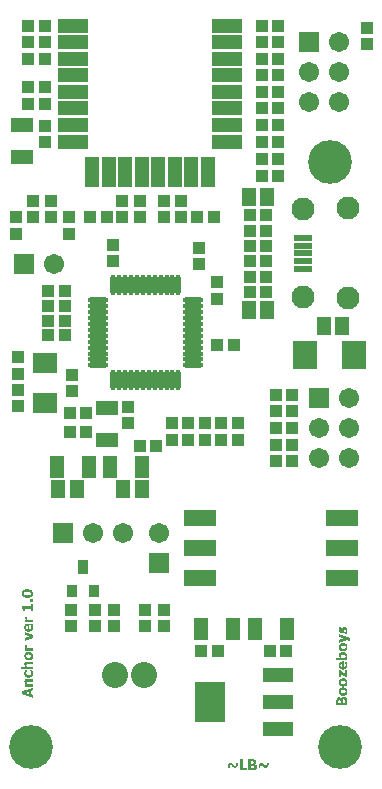
<source format=gts>
G04 Layer_Color=8388736*
%FSLAX44Y44*%
%MOMM*%
G71*
G01*
G75*
%ADD41R,1.5532X0.6032*%
%ADD42R,1.3032X1.9032*%
%ADD43R,2.8032X1.4032*%
%ADD44R,1.1032X1.0032*%
%ADD45O,1.7532X0.4532*%
%ADD46O,0.4532X1.7532*%
%ADD47R,1.9032X1.3032*%
%ADD48R,1.0032X1.1032*%
%ADD49R,1.2032X2.6532*%
%ADD50R,2.6532X1.2032*%
%ADD51R,1.2032X1.5032*%
%ADD52R,2.0032X2.4532*%
%ADD53R,0.8532X1.1032*%
%ADD54R,0.8532X1.3032*%
%ADD55R,2.6032X3.5032*%
%ADD56R,2.6032X1.2032*%
%ADD57R,2.1032X1.7032*%
%ADD58C,1.9532*%
%ADD59C,1.7032*%
%ADD60R,1.7032X1.7032*%
%ADD61C,2.2032*%
%ADD62R,1.7032X1.7032*%
%ADD63C,3.7032*%
G36*
X33250Y126712D02*
Y124356D01*
X26340Y121905D01*
Y124166D01*
X30915Y125582D01*
X26340Y126977D01*
Y129195D01*
X33250Y126712D01*
D02*
G37*
G36*
X30207Y131668D02*
X30228D01*
X30291Y131679D01*
X30376Y131689D01*
X30492Y131700D01*
X30619Y131721D01*
X30756Y131753D01*
X30894Y131805D01*
X31021Y131858D01*
X31031Y131869D01*
X31073Y131890D01*
X31126Y131932D01*
X31200Y131985D01*
X31285Y132048D01*
X31369Y132133D01*
X31454Y132218D01*
X31538Y132323D01*
X31549Y132334D01*
X31570Y132376D01*
X31602Y132429D01*
X31644Y132503D01*
X31686Y132598D01*
X31739Y132714D01*
X31781Y132830D01*
X31813Y132968D01*
Y132989D01*
X31823Y133031D01*
X31834Y133105D01*
X31845Y133211D01*
X31866Y133327D01*
X31876Y133464D01*
X31887Y133612D01*
Y133771D01*
Y133792D01*
Y133834D01*
Y133908D01*
X31876Y134003D01*
X31866Y134119D01*
X31855Y134246D01*
X31802Y134510D01*
Y134531D01*
X31792Y134574D01*
X31771Y134637D01*
X31739Y134732D01*
X31707Y134827D01*
X31676Y134944D01*
X31581Y135176D01*
X31570Y135187D01*
X31559Y135218D01*
X31538Y135271D01*
X31507Y135335D01*
X31422Y135493D01*
X31327Y135662D01*
X31316Y135673D01*
X31306Y135704D01*
X31274Y135747D01*
X31242Y135800D01*
X31158Y135916D01*
X31073Y136032D01*
Y136264D01*
X32859D01*
Y136254D01*
X32880Y136222D01*
X32901Y136169D01*
X32922Y136095D01*
X32986Y135937D01*
X33060Y135768D01*
Y135757D01*
X33070Y135725D01*
X33091Y135683D01*
X33113Y135620D01*
X33144Y135535D01*
X33176Y135430D01*
X33208Y135313D01*
X33239Y135176D01*
Y135166D01*
X33250Y135113D01*
X33271Y135049D01*
X33292Y134954D01*
X33313Y134848D01*
X33335Y134722D01*
X33377Y134447D01*
Y134426D01*
X33387Y134384D01*
X33398Y134299D01*
Y134193D01*
X33409Y134067D01*
X33419Y133908D01*
X33430Y133739D01*
Y133549D01*
Y133538D01*
Y133528D01*
Y133464D01*
X33419Y133359D01*
Y133232D01*
X33398Y133063D01*
X33377Y132873D01*
X33356Y132661D01*
X33313Y132439D01*
X33261Y132207D01*
X33197Y131953D01*
X33123Y131710D01*
X33039Y131457D01*
X32933Y131214D01*
X32806Y130981D01*
X32658Y130759D01*
X32500Y130548D01*
X32489Y130537D01*
X32457Y130506D01*
X32405Y130453D01*
X32331Y130389D01*
X32236Y130305D01*
X32109Y130220D01*
X31971Y130125D01*
X31813Y130030D01*
X31644Y129935D01*
X31443Y129840D01*
X31221Y129755D01*
X30989Y129671D01*
X30725Y129608D01*
X30450Y129555D01*
X30154Y129523D01*
X29837Y129513D01*
X29763D01*
X29679Y129523D01*
X29552D01*
X29414Y129544D01*
X29245Y129565D01*
X29066Y129597D01*
X28865Y129639D01*
X28654Y129682D01*
X28432Y129745D01*
X28210Y129830D01*
X27988Y129925D01*
X27766Y130030D01*
X27544Y130168D01*
X27333Y130316D01*
X27143Y130485D01*
X27132Y130495D01*
X27100Y130527D01*
X27048Y130590D01*
X26984Y130664D01*
X26910Y130759D01*
X26826Y130886D01*
X26730Y131024D01*
X26635Y131193D01*
X26540Y131372D01*
X26445Y131573D01*
X26361Y131795D01*
X26287Y132038D01*
X26223Y132302D01*
X26170Y132587D01*
X26139Y132883D01*
X26128Y133200D01*
Y133221D01*
Y133274D01*
X26139Y133348D01*
Y133464D01*
X26149Y133591D01*
X26170Y133750D01*
X26202Y133908D01*
X26234Y134098D01*
X26276Y134289D01*
X26340Y134479D01*
X26403Y134679D01*
X26488Y134880D01*
X26583Y135070D01*
X26699Y135261D01*
X26836Y135430D01*
X26984Y135588D01*
X26995Y135599D01*
X27026Y135620D01*
X27069Y135662D01*
X27143Y135715D01*
X27227Y135778D01*
X27343Y135842D01*
X27470Y135916D01*
X27608Y135990D01*
X27777Y136064D01*
X27956Y136138D01*
X28157Y136201D01*
X28379Y136264D01*
X28611Y136317D01*
X28876Y136360D01*
X29140Y136381D01*
X29436Y136391D01*
X30207D01*
Y131668D01*
D02*
G37*
G36*
X29964Y112416D02*
X30091D01*
X30228Y112395D01*
X30397Y112374D01*
X30577Y112353D01*
X30777Y112310D01*
X30989Y112258D01*
X31211Y112194D01*
X31433Y112120D01*
X31655Y112025D01*
X31876Y111919D01*
X32088Y111793D01*
X32299Y111655D01*
X32489Y111486D01*
X32500Y111476D01*
X32531Y111444D01*
X32574Y111391D01*
X32637Y111317D01*
X32711Y111222D01*
X32796Y111106D01*
X32880Y110969D01*
X32975Y110810D01*
X33070Y110630D01*
X33155Y110440D01*
X33239Y110218D01*
X33313Y109986D01*
X33366Y109732D01*
X33419Y109458D01*
X33451Y109162D01*
X33461Y108855D01*
Y108834D01*
Y108781D01*
X33451Y108697D01*
Y108570D01*
X33430Y108433D01*
X33409Y108264D01*
X33377Y108084D01*
X33335Y107883D01*
X33292Y107682D01*
X33229Y107460D01*
X33144Y107239D01*
X33049Y107027D01*
X32944Y106805D01*
X32806Y106594D01*
X32658Y106404D01*
X32489Y106214D01*
X32479Y106203D01*
X32447Y106171D01*
X32384Y106129D01*
X32310Y106066D01*
X32204Y106002D01*
X32088Y105918D01*
X31950Y105833D01*
X31781Y105749D01*
X31602Y105664D01*
X31401Y105580D01*
X31179Y105495D01*
X30947Y105432D01*
X30682Y105368D01*
X30408Y105326D01*
X30112Y105294D01*
X29805Y105284D01*
X29731D01*
X29636Y105294D01*
X29520D01*
X29372Y105315D01*
X29214Y105337D01*
X29023Y105358D01*
X28823Y105400D01*
X28611Y105453D01*
X28389Y105516D01*
X28168Y105590D01*
X27946Y105675D01*
X27724Y105780D01*
X27502Y105907D01*
X27301Y106055D01*
X27111Y106214D01*
X27100Y106224D01*
X27069Y106256D01*
X27016Y106309D01*
X26952Y106383D01*
X26878Y106488D01*
X26804Y106604D01*
X26709Y106742D01*
X26614Y106900D01*
X26530Y107070D01*
X26435Y107270D01*
X26361Y107492D01*
X26276Y107725D01*
X26223Y107978D01*
X26170Y108253D01*
X26139Y108549D01*
X26128Y108855D01*
Y108876D01*
Y108929D01*
X26139Y109014D01*
Y109130D01*
X26160Y109278D01*
X26181Y109436D01*
X26213Y109627D01*
X26255Y109817D01*
X26308Y110028D01*
X26371Y110239D01*
X26445Y110461D01*
X26540Y110683D01*
X26657Y110894D01*
X26783Y111106D01*
X26942Y111307D01*
X27111Y111486D01*
X27122Y111497D01*
X27153Y111529D01*
X27217Y111571D01*
X27290Y111634D01*
X27386Y111708D01*
X27512Y111782D01*
X27650Y111867D01*
X27819Y111962D01*
X27998Y112046D01*
X28199Y112131D01*
X28421Y112205D01*
X28664Y112279D01*
X28918Y112342D01*
X29193Y112384D01*
X29488Y112416D01*
X29805Y112427D01*
X29879D01*
X29964Y112416D01*
D02*
G37*
G36*
X28368Y118027D02*
Y118016D01*
X28358Y118006D01*
Y117974D01*
X28347Y117932D01*
X28337Y117879D01*
X28326Y117826D01*
X28305Y117668D01*
Y117657D01*
Y117625D01*
X28294Y117583D01*
Y117520D01*
Y117435D01*
X28284Y117351D01*
Y117150D01*
Y117139D01*
Y117086D01*
Y117023D01*
X28294Y116938D01*
X28305Y116833D01*
X28326Y116706D01*
X28389Y116442D01*
Y116421D01*
X28411Y116378D01*
X28432Y116305D01*
X28453Y116209D01*
X28485Y116104D01*
X28527Y115988D01*
X28622Y115723D01*
X33250D01*
Y113568D01*
X26340D01*
Y115723D01*
X27333D01*
X27322Y115734D01*
X27312Y115744D01*
X27280Y115776D01*
X27238Y115829D01*
X27185Y115882D01*
X27132Y115956D01*
X27069Y116030D01*
X26995Y116125D01*
X26984Y116135D01*
X26963Y116167D01*
X26921Y116220D01*
X26868Y116283D01*
X26762Y116442D01*
X26657Y116600D01*
X26646Y116611D01*
X26635Y116643D01*
X26604Y116695D01*
X26572Y116759D01*
X26540Y116833D01*
X26498Y116928D01*
X26456Y117034D01*
X26414Y117139D01*
Y117150D01*
X26392Y117192D01*
X26382Y117255D01*
X26361Y117329D01*
X26340Y117424D01*
X26329Y117520D01*
X26308Y117731D01*
Y117752D01*
Y117805D01*
Y117879D01*
X26318Y117963D01*
Y117974D01*
Y117985D01*
X26329Y118048D01*
Y118122D01*
X26340Y118206D01*
X28368D01*
Y118027D01*
D02*
G37*
G36*
X33250Y154745D02*
X30830D01*
Y156922D01*
X33250D01*
Y154745D01*
D02*
G37*
G36*
X28971Y165354D02*
X29087D01*
X29224Y165343D01*
X29372D01*
X29700Y165312D01*
X30048Y165280D01*
X30408Y165227D01*
X30756Y165163D01*
X30767D01*
X30799Y165153D01*
X30841Y165142D01*
X30904Y165132D01*
X30978Y165111D01*
X31063Y165079D01*
X31274Y165016D01*
X31507Y164931D01*
X31750Y164825D01*
X32003Y164709D01*
X32236Y164561D01*
X32246D01*
X32257Y164540D01*
X32288Y164519D01*
X32331Y164487D01*
X32447Y164392D01*
X32574Y164265D01*
X32722Y164107D01*
X32870Y163917D01*
X33017Y163705D01*
X33144Y163462D01*
Y163452D01*
X33155Y163431D01*
X33176Y163399D01*
X33187Y163346D01*
X33208Y163283D01*
X33239Y163198D01*
X33261Y163114D01*
X33292Y163008D01*
X33324Y162892D01*
X33345Y162775D01*
X33398Y162490D01*
X33430Y162173D01*
X33440Y161824D01*
Y161814D01*
Y161782D01*
Y161729D01*
Y161666D01*
X33430Y161581D01*
X33419Y161486D01*
Y161370D01*
X33398Y161254D01*
X33366Y161000D01*
X33313Y160715D01*
X33239Y160440D01*
X33144Y160176D01*
Y160166D01*
X33134Y160145D01*
X33113Y160113D01*
X33091Y160070D01*
X33017Y159944D01*
X32912Y159785D01*
X32785Y159616D01*
X32627Y159437D01*
X32436Y159246D01*
X32225Y159077D01*
X32215D01*
X32193Y159056D01*
X32162Y159035D01*
X32119Y159014D01*
X32056Y158972D01*
X31993Y158940D01*
X31908Y158898D01*
X31813Y158845D01*
X31602Y158750D01*
X31348Y158655D01*
X31063Y158560D01*
X30746Y158475D01*
X30735D01*
X30703Y158464D01*
X30651Y158454D01*
X30587Y158443D01*
X30503Y158433D01*
X30397Y158412D01*
X30281Y158401D01*
X30154Y158380D01*
X30006Y158359D01*
X29848Y158348D01*
X29679Y158327D01*
X29499Y158316D01*
X29108Y158295D01*
X28675Y158285D01*
X28474D01*
X28368Y158295D01*
X28104D01*
X27956Y158306D01*
X27639Y158327D01*
X27290Y158359D01*
X26942Y158401D01*
X26604Y158464D01*
X26593D01*
X26562Y158475D01*
X26519Y158486D01*
X26456Y158507D01*
X26382Y158517D01*
X26297Y158549D01*
X26096Y158612D01*
X25864Y158708D01*
X25610Y158813D01*
X25357Y158940D01*
X25114Y159098D01*
X25103D01*
X25082Y159120D01*
X25050Y159141D01*
X25008Y159172D01*
X24903Y159268D01*
X24765Y159394D01*
X24617Y159553D01*
X24469Y159743D01*
X24332Y159954D01*
X24205Y160197D01*
Y160208D01*
X24195Y160229D01*
X24174Y160271D01*
X24152Y160324D01*
X24131Y160387D01*
X24110Y160462D01*
X24078Y160557D01*
X24047Y160662D01*
X24025Y160768D01*
X23994Y160895D01*
X23941Y161169D01*
X23909Y161486D01*
X23899Y161824D01*
Y161835D01*
Y161867D01*
Y161920D01*
Y161994D01*
X23909Y162078D01*
X23920Y162173D01*
Y162279D01*
X23941Y162395D01*
X23973Y162659D01*
X24036Y162934D01*
X24110Y163209D01*
X24216Y163473D01*
Y163484D01*
X24226Y163505D01*
X24247Y163536D01*
X24269Y163589D01*
X24343Y163705D01*
X24448Y163864D01*
X24575Y164033D01*
X24734Y164212D01*
X24924Y164392D01*
X25146Y164561D01*
X25156D01*
X25177Y164582D01*
X25209Y164604D01*
X25251Y164635D01*
X25315Y164667D01*
X25378Y164709D01*
X25463Y164751D01*
X25558Y164794D01*
X25769Y164899D01*
X26023Y164995D01*
X26318Y165090D01*
X26635Y165174D01*
X26646D01*
X26678Y165185D01*
X26720Y165195D01*
X26794Y165206D01*
X26878Y165216D01*
X26974Y165238D01*
X27090Y165248D01*
X27217Y165269D01*
X27364Y165290D01*
X27512Y165301D01*
X27682Y165322D01*
X27861Y165333D01*
X28242Y165354D01*
X28664Y165364D01*
X28865D01*
X28971Y165354D01*
D02*
G37*
G36*
X28368Y141960D02*
Y141949D01*
X28358Y141939D01*
Y141907D01*
X28347Y141865D01*
X28337Y141812D01*
X28326Y141759D01*
X28305Y141601D01*
Y141590D01*
Y141558D01*
X28294Y141516D01*
Y141453D01*
Y141368D01*
X28284Y141284D01*
Y141083D01*
Y141072D01*
Y141019D01*
Y140956D01*
X28294Y140871D01*
X28305Y140766D01*
X28326Y140639D01*
X28389Y140375D01*
Y140354D01*
X28411Y140311D01*
X28432Y140237D01*
X28453Y140142D01*
X28485Y140037D01*
X28527Y139920D01*
X28622Y139656D01*
X33250D01*
Y137501D01*
X26340D01*
Y139656D01*
X27333D01*
X27322Y139667D01*
X27312Y139677D01*
X27280Y139709D01*
X27238Y139762D01*
X27185Y139815D01*
X27132Y139889D01*
X27069Y139963D01*
X26995Y140058D01*
X26984Y140068D01*
X26963Y140100D01*
X26921Y140153D01*
X26868Y140216D01*
X26762Y140375D01*
X26657Y140533D01*
X26646Y140544D01*
X26635Y140576D01*
X26604Y140628D01*
X26572Y140692D01*
X26540Y140766D01*
X26498Y140861D01*
X26456Y140967D01*
X26414Y141072D01*
Y141083D01*
X26392Y141125D01*
X26382Y141188D01*
X26361Y141262D01*
X26340Y141357D01*
X26329Y141453D01*
X26308Y141664D01*
Y141685D01*
Y141738D01*
Y141812D01*
X26318Y141896D01*
Y141907D01*
Y141917D01*
X26329Y141981D01*
Y142055D01*
X26340Y142139D01*
X28368D01*
Y141960D01*
D02*
G37*
G36*
X33250Y147042D02*
X31655D01*
Y148976D01*
X26804D01*
Y147042D01*
X25304D01*
Y147063D01*
Y147116D01*
Y147201D01*
X25294Y147306D01*
Y147433D01*
X25283Y147570D01*
X25251Y147877D01*
Y147898D01*
X25241Y147951D01*
X25230Y148025D01*
X25209Y148120D01*
X25188Y148226D01*
X25156Y148342D01*
X25114Y148448D01*
X25072Y148553D01*
X25061Y148564D01*
X25040Y148606D01*
X25008Y148659D01*
X24966Y148722D01*
X24913Y148796D01*
X24839Y148870D01*
X24765Y148944D01*
X24681Y149008D01*
X24670Y149018D01*
X24638Y149039D01*
X24585Y149060D01*
X24512Y149092D01*
X24416Y149124D01*
X24311Y149155D01*
X24195Y149187D01*
X24057Y149198D01*
Y151205D01*
X31655D01*
Y153097D01*
X33250D01*
Y147042D01*
D02*
G37*
G36*
X206925Y18315D02*
Y18252D01*
Y18146D01*
X206914Y18019D01*
X206904Y17850D01*
X206883Y17671D01*
X206872Y17459D01*
X206840Y17237D01*
X206809Y16994D01*
X206756Y16751D01*
X206703Y16508D01*
X206640Y16255D01*
X206566Y16012D01*
X206481Y15779D01*
X206386Y15557D01*
X206270Y15346D01*
X206259Y15335D01*
X206238Y15304D01*
X206206Y15251D01*
X206154Y15187D01*
X206080Y15103D01*
X205995Y15018D01*
X205900Y14923D01*
X205794Y14828D01*
X205657Y14733D01*
X205520Y14638D01*
X205361Y14554D01*
X205192Y14469D01*
X205002Y14405D01*
X204801Y14353D01*
X204590Y14321D01*
X204357Y14310D01*
X204283D01*
X204209Y14321D01*
X204104D01*
X203988Y14332D01*
X203871Y14353D01*
X203618Y14405D01*
X203607D01*
X203565Y14427D01*
X203501Y14448D01*
X203428Y14480D01*
X203343Y14511D01*
X203248Y14554D01*
X203047Y14670D01*
X203037Y14680D01*
X203005Y14701D01*
X202952Y14733D01*
X202889Y14786D01*
X202741Y14902D01*
X202593Y15050D01*
X202582Y15061D01*
X202561Y15082D01*
X202529Y15124D01*
X202477Y15177D01*
X202413Y15251D01*
X202350Y15325D01*
X202191Y15494D01*
X202181Y15504D01*
X202160Y15526D01*
X202128Y15568D01*
X202086Y15631D01*
X201969Y15758D01*
X201853Y15917D01*
X201843Y15927D01*
X201821Y15948D01*
X201790Y15991D01*
X201758Y16043D01*
X201652Y16170D01*
X201526Y16307D01*
X201515Y16318D01*
X201504Y16339D01*
X201473Y16360D01*
X201430Y16403D01*
X201325Y16487D01*
X201198Y16582D01*
X201187Y16593D01*
X201166Y16603D01*
X201135Y16624D01*
X201092Y16646D01*
X200976Y16677D01*
X200913Y16698D01*
X200797D01*
X200733Y16688D01*
X200649Y16677D01*
X200564Y16656D01*
X200480Y16624D01*
X200384Y16582D01*
X200310Y16519D01*
X200300Y16508D01*
X200279Y16487D01*
X200247Y16445D01*
X200205Y16392D01*
X200163Y16329D01*
X200110Y16244D01*
X200057Y16149D01*
X200015Y16033D01*
Y16022D01*
X200004Y15969D01*
X199983Y15906D01*
X199962Y15811D01*
X199941Y15695D01*
X199919Y15557D01*
X199898Y15409D01*
X199888Y15240D01*
Y15219D01*
Y15166D01*
X199877Y15071D01*
X199867Y14955D01*
Y14807D01*
X199856Y14649D01*
X199846Y14480D01*
Y14300D01*
X198250D01*
Y14310D01*
Y14321D01*
Y14384D01*
Y14490D01*
X198261Y14627D01*
X198271Y14797D01*
X198282Y14987D01*
X198303Y15198D01*
X198335Y15420D01*
X198366Y15663D01*
X198409Y15906D01*
X198461Y16160D01*
X198525Y16403D01*
X198599Y16646D01*
X198694Y16878D01*
X198789Y17100D01*
X198905Y17301D01*
X198916Y17311D01*
X198937Y17343D01*
X198979Y17396D01*
X199032Y17459D01*
X199095Y17544D01*
X199180Y17628D01*
X199275Y17713D01*
X199391Y17818D01*
X199518Y17914D01*
X199655Y17998D01*
X199814Y18093D01*
X199983Y18167D01*
X200173Y18231D01*
X200363Y18283D01*
X200585Y18315D01*
X200807Y18326D01*
X200955D01*
X201050Y18315D01*
X201166Y18305D01*
X201293Y18283D01*
X201536Y18220D01*
X201547D01*
X201589Y18199D01*
X201652Y18178D01*
X201726Y18146D01*
X201821Y18104D01*
X201917Y18061D01*
X202128Y17945D01*
X202138Y17935D01*
X202170Y17914D01*
X202223Y17882D01*
X202286Y17829D01*
X202360Y17776D01*
X202434Y17702D01*
X202603Y17544D01*
X202614Y17533D01*
X202646Y17501D01*
X202688Y17459D01*
X202741Y17406D01*
X202868Y17269D01*
X202984Y17132D01*
X202994Y17121D01*
X203015Y17100D01*
X203047Y17058D01*
X203089Y16994D01*
X203195Y16857D01*
X203322Y16698D01*
X203332Y16688D01*
X203354Y16667D01*
X203385Y16624D01*
X203428Y16572D01*
X203533Y16445D01*
X203649Y16318D01*
X203660Y16307D01*
X203681Y16286D01*
X203713Y16255D01*
X203745Y16223D01*
X203850Y16128D01*
X203966Y16043D01*
X203977D01*
X203998Y16022D01*
X204030Y16012D01*
X204072Y15991D01*
X204188Y15959D01*
X204315Y15938D01*
X204368D01*
X204431Y15948D01*
X204505Y15959D01*
X204590Y15980D01*
X204685Y16012D01*
X204769Y16054D01*
X204843Y16107D01*
X204854Y16117D01*
X204875Y16138D01*
X204917Y16181D01*
X204960Y16234D01*
X205002Y16297D01*
X205055Y16381D01*
X205108Y16477D01*
X205150Y16593D01*
Y16603D01*
X205160Y16656D01*
X205182Y16720D01*
X205203Y16815D01*
X205224Y16931D01*
X205245Y17068D01*
X205266Y17216D01*
X205277Y17385D01*
Y17396D01*
Y17406D01*
X205287Y17459D01*
Y17554D01*
X205298Y17671D01*
X205308Y17818D01*
Y17977D01*
X205319Y18157D01*
X205329Y18336D01*
X206925D01*
Y18315D01*
D02*
G37*
G36*
X233098D02*
Y18252D01*
Y18146D01*
X233087Y18019D01*
X233077Y17850D01*
X233056Y17671D01*
X233045Y17459D01*
X233013Y17237D01*
X232982Y16994D01*
X232929Y16751D01*
X232876Y16508D01*
X232813Y16255D01*
X232739Y16012D01*
X232654Y15779D01*
X232559Y15557D01*
X232443Y15346D01*
X232432Y15335D01*
X232411Y15304D01*
X232379Y15251D01*
X232327Y15187D01*
X232253Y15103D01*
X232168Y15018D01*
X232073Y14923D01*
X231967Y14828D01*
X231830Y14733D01*
X231693Y14638D01*
X231534Y14554D01*
X231365Y14469D01*
X231175Y14405D01*
X230974Y14353D01*
X230763Y14321D01*
X230530Y14310D01*
X230456D01*
X230382Y14321D01*
X230277D01*
X230161Y14332D01*
X230044Y14353D01*
X229791Y14405D01*
X229780D01*
X229738Y14427D01*
X229674Y14448D01*
X229601Y14480D01*
X229516Y14511D01*
X229421Y14554D01*
X229220Y14670D01*
X229209Y14680D01*
X229178Y14701D01*
X229125Y14733D01*
X229062Y14786D01*
X228914Y14902D01*
X228766Y15050D01*
X228755Y15061D01*
X228734Y15082D01*
X228702Y15124D01*
X228650Y15177D01*
X228586Y15251D01*
X228523Y15325D01*
X228364Y15494D01*
X228354Y15504D01*
X228333Y15526D01*
X228301Y15568D01*
X228259Y15631D01*
X228142Y15758D01*
X228026Y15917D01*
X228015Y15927D01*
X227994Y15948D01*
X227963Y15991D01*
X227931Y16043D01*
X227825Y16170D01*
X227699Y16307D01*
X227688Y16318D01*
X227677Y16339D01*
X227646Y16360D01*
X227603Y16403D01*
X227498Y16487D01*
X227371Y16582D01*
X227360Y16593D01*
X227339Y16603D01*
X227308Y16624D01*
X227265Y16646D01*
X227149Y16677D01*
X227086Y16698D01*
X226970D01*
X226906Y16688D01*
X226821Y16677D01*
X226737Y16656D01*
X226653Y16624D01*
X226557Y16582D01*
X226483Y16519D01*
X226473Y16508D01*
X226452Y16487D01*
X226420Y16445D01*
X226378Y16392D01*
X226336Y16329D01*
X226283Y16244D01*
X226230Y16149D01*
X226188Y16033D01*
Y16022D01*
X226177Y15969D01*
X226156Y15906D01*
X226135Y15811D01*
X226114Y15695D01*
X226092Y15557D01*
X226071Y15409D01*
X226061Y15240D01*
Y15219D01*
Y15166D01*
X226050Y15071D01*
X226040Y14955D01*
Y14807D01*
X226029Y14649D01*
X226019Y14480D01*
Y14300D01*
X224423D01*
Y14310D01*
Y14321D01*
Y14384D01*
Y14490D01*
X224433Y14627D01*
X224444Y14797D01*
X224455Y14987D01*
X224476Y15198D01*
X224508Y15420D01*
X224539Y15663D01*
X224582Y15906D01*
X224634Y16160D01*
X224698Y16403D01*
X224772Y16646D01*
X224867Y16878D01*
X224962Y17100D01*
X225078Y17301D01*
X225089Y17311D01*
X225110Y17343D01*
X225152Y17396D01*
X225205Y17459D01*
X225268Y17544D01*
X225353Y17628D01*
X225448Y17713D01*
X225564Y17818D01*
X225691Y17914D01*
X225828Y17998D01*
X225987Y18093D01*
X226156Y18167D01*
X226346Y18231D01*
X226536Y18283D01*
X226758Y18315D01*
X226980Y18326D01*
X227128D01*
X227223Y18315D01*
X227339Y18305D01*
X227466Y18283D01*
X227709Y18220D01*
X227720D01*
X227762Y18199D01*
X227825Y18178D01*
X227899Y18146D01*
X227994Y18104D01*
X228090Y18061D01*
X228301Y17945D01*
X228311Y17935D01*
X228343Y17914D01*
X228396Y17882D01*
X228459Y17829D01*
X228533Y17776D01*
X228607Y17702D01*
X228776Y17544D01*
X228787Y17533D01*
X228819Y17501D01*
X228861Y17459D01*
X228914Y17406D01*
X229041Y17269D01*
X229157Y17132D01*
X229167Y17121D01*
X229188Y17100D01*
X229220Y17058D01*
X229262Y16994D01*
X229368Y16857D01*
X229495Y16698D01*
X229505Y16688D01*
X229527Y16667D01*
X229558Y16624D01*
X229601Y16572D01*
X229706Y16445D01*
X229822Y16318D01*
X229833Y16307D01*
X229854Y16286D01*
X229886Y16255D01*
X229918Y16223D01*
X230023Y16128D01*
X230139Y16043D01*
X230150D01*
X230171Y16022D01*
X230203Y16012D01*
X230245Y15991D01*
X230361Y15959D01*
X230488Y15938D01*
X230541D01*
X230604Y15948D01*
X230678Y15959D01*
X230763Y15980D01*
X230858Y16012D01*
X230942Y16054D01*
X231016Y16107D01*
X231027Y16117D01*
X231048Y16138D01*
X231090Y16181D01*
X231133Y16234D01*
X231175Y16297D01*
X231228Y16381D01*
X231281Y16477D01*
X231323Y16593D01*
Y16603D01*
X231333Y16656D01*
X231355Y16720D01*
X231376Y16815D01*
X231397Y16931D01*
X231418Y17068D01*
X231439Y17216D01*
X231450Y17385D01*
Y17396D01*
Y17406D01*
X231460Y17459D01*
Y17554D01*
X231471Y17671D01*
X231481Y17818D01*
Y17977D01*
X231492Y18157D01*
X231502Y18336D01*
X233098D01*
Y18315D01*
D02*
G37*
G36*
X210982Y13993D02*
X214797D01*
Y12250D01*
X208679D01*
Y21411D01*
X210982D01*
Y13993D01*
D02*
G37*
G36*
X219689Y21400D02*
X219943Y21390D01*
X220196Y21379D01*
X220439Y21358D01*
X220545Y21337D01*
X220651Y21326D01*
X220672D01*
X220735Y21316D01*
X220841Y21295D01*
X220968Y21263D01*
X221116Y21221D01*
X221285Y21158D01*
X221454Y21094D01*
X221623Y21010D01*
X221633D01*
X221644Y20999D01*
X221707Y20957D01*
X221792Y20904D01*
X221898Y20819D01*
X222024Y20724D01*
X222141Y20597D01*
X222257Y20460D01*
X222362Y20302D01*
X222373Y20280D01*
X222405Y20228D01*
X222437Y20133D01*
X222489Y20006D01*
X222532Y19858D01*
X222563Y19678D01*
X222595Y19488D01*
X222605Y19277D01*
Y19266D01*
Y19245D01*
Y19213D01*
Y19160D01*
X222595Y19108D01*
X222584Y19034D01*
X222563Y18875D01*
X222521Y18695D01*
X222468Y18495D01*
X222384Y18283D01*
X222267Y18083D01*
Y18072D01*
X222257Y18061D01*
X222204Y17998D01*
X222130Y17903D01*
X222024Y17797D01*
X221887Y17671D01*
X221728Y17544D01*
X221549Y17428D01*
X221338Y17322D01*
Y17269D01*
X221348D01*
X221380Y17258D01*
X221422Y17248D01*
X221475Y17237D01*
X221549Y17216D01*
X221633Y17184D01*
X221834Y17111D01*
X222045Y17015D01*
X222278Y16889D01*
X222500Y16730D01*
X222701Y16540D01*
X222711Y16529D01*
X222722Y16519D01*
X222754Y16487D01*
X222785Y16445D01*
X222817Y16381D01*
X222870Y16318D01*
X222912Y16234D01*
X222965Y16149D01*
X223007Y16043D01*
X223060Y15938D01*
X223134Y15684D01*
X223197Y15388D01*
X223208Y15219D01*
X223218Y15050D01*
Y15039D01*
Y15018D01*
Y14987D01*
Y14934D01*
X223208Y14871D01*
Y14807D01*
X223187Y14638D01*
X223155Y14458D01*
X223102Y14258D01*
X223039Y14046D01*
X222954Y13845D01*
Y13835D01*
X222944Y13824D01*
X222912Y13761D01*
X222849Y13666D01*
X222775Y13550D01*
X222669Y13412D01*
X222553Y13275D01*
X222415Y13138D01*
X222257Y13000D01*
X222246D01*
X222236Y12979D01*
X222204Y12958D01*
X222162Y12937D01*
X222056Y12863D01*
X221919Y12778D01*
X221750Y12673D01*
X221560Y12578D01*
X221348Y12493D01*
X221116Y12419D01*
X221105D01*
X221084Y12408D01*
X221052D01*
X221010Y12398D01*
X220947Y12377D01*
X220873Y12366D01*
X220788Y12356D01*
X220693Y12335D01*
X220587Y12324D01*
X220461Y12303D01*
X220196Y12282D01*
X219890Y12261D01*
X219552Y12250D01*
X215896D01*
Y21411D01*
X219467D01*
X219689Y21400D01*
D02*
G37*
G36*
X32901Y96683D02*
X32912Y96662D01*
X32933Y96619D01*
X32954Y96566D01*
X32975Y96503D01*
X33007Y96429D01*
X33081Y96260D01*
Y96250D01*
X33102Y96218D01*
X33113Y96165D01*
X33144Y96112D01*
X33166Y96028D01*
X33197Y95954D01*
X33250Y95763D01*
Y95753D01*
X33261Y95711D01*
X33282Y95647D01*
X33292Y95573D01*
X33313Y95478D01*
X33335Y95383D01*
X33377Y95172D01*
Y95161D01*
X33387Y95119D01*
X33398Y95066D01*
Y94981D01*
X33409Y94876D01*
X33419Y94760D01*
X33430Y94612D01*
Y94453D01*
Y94443D01*
Y94411D01*
Y94369D01*
Y94305D01*
X33419Y94231D01*
Y94147D01*
X33409Y94041D01*
X33398Y93935D01*
X33377Y93692D01*
X33345Y93428D01*
X33292Y93164D01*
X33218Y92889D01*
Y92879D01*
X33208Y92858D01*
X33197Y92826D01*
X33176Y92773D01*
X33155Y92710D01*
X33123Y92636D01*
X33060Y92467D01*
X32965Y92276D01*
X32848Y92065D01*
X32711Y91854D01*
X32553Y91653D01*
X32542Y91643D01*
X32531Y91632D01*
X32468Y91568D01*
X32373Y91474D01*
X32246Y91357D01*
X32088Y91230D01*
X31897Y91093D01*
X31676Y90966D01*
X31433Y90850D01*
X31422D01*
X31401Y90840D01*
X31359Y90829D01*
X31306Y90808D01*
X31242Y90787D01*
X31168Y90755D01*
X31073Y90734D01*
X30978Y90713D01*
X30862Y90681D01*
X30735Y90660D01*
X30461Y90607D01*
X30154Y90575D01*
X29827Y90565D01*
X29657D01*
X29573Y90575D01*
X29478Y90586D01*
X29362D01*
X29245Y90607D01*
X28981Y90639D01*
X28696Y90691D01*
X28411Y90765D01*
X28146Y90871D01*
X28136D01*
X28115Y90882D01*
X28083Y90903D01*
X28030Y90935D01*
X27967Y90966D01*
X27903Y90998D01*
X27745Y91093D01*
X27555Y91220D01*
X27364Y91368D01*
X27174Y91537D01*
X26995Y91727D01*
Y91738D01*
X26974Y91748D01*
X26952Y91780D01*
X26921Y91822D01*
X26847Y91928D01*
X26752Y92065D01*
X26646Y92245D01*
X26540Y92446D01*
X26445Y92678D01*
X26361Y92932D01*
Y92942D01*
X26350Y92963D01*
X26340Y93006D01*
X26329Y93058D01*
X26308Y93122D01*
X26297Y93196D01*
X26276Y93280D01*
X26255Y93375D01*
X26213Y93597D01*
X26181Y93851D01*
X26160Y94115D01*
X26149Y94390D01*
Y94400D01*
Y94411D01*
Y94443D01*
Y94485D01*
X26160Y94601D01*
X26170Y94749D01*
X26181Y94918D01*
X26202Y95108D01*
X26244Y95320D01*
X26287Y95531D01*
Y95541D01*
X26297Y95563D01*
Y95584D01*
X26308Y95626D01*
X26350Y95742D01*
X26392Y95890D01*
X26445Y96070D01*
X26519Y96271D01*
X26604Y96482D01*
X26709Y96693D01*
X28548D01*
Y96408D01*
X28537Y96397D01*
X28527Y96387D01*
X28474Y96323D01*
X28389Y96218D01*
X28284Y96091D01*
X28273Y96080D01*
X28263Y96059D01*
X28231Y96028D01*
X28189Y95975D01*
X28104Y95848D01*
X28009Y95689D01*
X27998Y95679D01*
X27988Y95647D01*
X27967Y95594D01*
X27935Y95531D01*
X27903Y95446D01*
X27861Y95362D01*
X27787Y95151D01*
Y95140D01*
X27777Y95098D01*
X27755Y95045D01*
X27734Y94960D01*
X27724Y94865D01*
X27703Y94749D01*
X27692Y94633D01*
Y94495D01*
Y94485D01*
Y94464D01*
Y94422D01*
X27703Y94358D01*
X27713Y94295D01*
X27724Y94210D01*
X27766Y94031D01*
X27829Y93819D01*
X27935Y93608D01*
X27998Y93502D01*
X28083Y93407D01*
X28168Y93301D01*
X28273Y93217D01*
X28284D01*
X28305Y93196D01*
X28337Y93175D01*
X28379Y93143D01*
X28442Y93111D01*
X28506Y93080D01*
X28590Y93037D01*
X28685Y92995D01*
X28791Y92953D01*
X28907Y92910D01*
X29034Y92879D01*
X29171Y92847D01*
X29478Y92794D01*
X29827Y92773D01*
X29922D01*
X29996Y92784D01*
X30080D01*
X30186Y92794D01*
X30291Y92815D01*
X30408Y92837D01*
X30661Y92889D01*
X30925Y92974D01*
X31168Y93090D01*
X31274Y93164D01*
X31380Y93249D01*
X31390Y93259D01*
X31401Y93270D01*
X31422Y93301D01*
X31454Y93333D01*
X31538Y93449D01*
X31633Y93597D01*
X31728Y93777D01*
X31802Y93999D01*
X31866Y94252D01*
X31876Y94390D01*
X31887Y94538D01*
Y94559D01*
Y94601D01*
Y94686D01*
X31876Y94781D01*
X31866Y94886D01*
X31855Y95003D01*
X31802Y95246D01*
Y95256D01*
X31781Y95299D01*
X31760Y95351D01*
X31739Y95425D01*
X31665Y95594D01*
X31581Y95774D01*
X31570Y95785D01*
X31559Y95816D01*
X31528Y95848D01*
X31496Y95901D01*
X31411Y96028D01*
X31306Y96144D01*
X31295Y96154D01*
X31285Y96175D01*
X31221Y96239D01*
X31137Y96323D01*
X31052Y96408D01*
Y96693D01*
X32901D01*
Y96683D01*
D02*
G37*
G36*
X33250Y102040D02*
X29573D01*
X29446Y102029D01*
X29309Y102019D01*
X29002Y101998D01*
X28981D01*
X28928Y101987D01*
X28854D01*
X28770Y101966D01*
X28569Y101934D01*
X28474Y101903D01*
X28389Y101871D01*
X28379D01*
X28347Y101850D01*
X28305Y101828D01*
X28263Y101797D01*
X28146Y101691D01*
X28094Y101628D01*
X28051Y101554D01*
Y101543D01*
X28030Y101511D01*
X28020Y101469D01*
X27998Y101406D01*
X27977Y101321D01*
X27967Y101226D01*
X27946Y101121D01*
Y100994D01*
Y100983D01*
Y100951D01*
Y100888D01*
X27956Y100825D01*
X27967Y100740D01*
X27988Y100645D01*
X28051Y100444D01*
Y100434D01*
X28073Y100402D01*
X28094Y100349D01*
X28125Y100275D01*
X28168Y100191D01*
X28220Y100096D01*
X28284Y99990D01*
X28358Y99874D01*
X33250D01*
Y97718D01*
X23677D01*
Y99874D01*
X27111D01*
X27100Y99884D01*
X27090Y99895D01*
X27069Y99927D01*
X27037Y99969D01*
X26952Y100064D01*
X26847Y100201D01*
X26741Y100360D01*
X26625Y100529D01*
X26509Y100709D01*
X26403Y100899D01*
Y100909D01*
X26392Y100920D01*
X26382Y100951D01*
X26361Y100983D01*
X26318Y101089D01*
X26276Y101226D01*
X26234Y101395D01*
X26192Y101586D01*
X26160Y101786D01*
X26149Y102008D01*
Y102019D01*
Y102050D01*
Y102114D01*
X26160Y102177D01*
X26170Y102272D01*
X26181Y102367D01*
X26202Y102484D01*
X26234Y102610D01*
X26318Y102864D01*
X26371Y103001D01*
X26435Y103139D01*
X26509Y103266D01*
X26604Y103392D01*
X26709Y103519D01*
X26826Y103625D01*
X26836Y103635D01*
X26857Y103646D01*
X26900Y103678D01*
X26952Y103709D01*
X27016Y103762D01*
X27100Y103804D01*
X27206Y103857D01*
X27312Y103910D01*
X27449Y103963D01*
X27586Y104016D01*
X27745Y104069D01*
X27924Y104111D01*
X28115Y104143D01*
X28315Y104174D01*
X28527Y104185D01*
X28759Y104195D01*
X33250D01*
Y102040D01*
D02*
G37*
G36*
Y79850D02*
X31390Y79280D01*
Y76374D01*
X33250Y75803D01*
Y73500D01*
X24089Y76596D01*
Y79111D01*
X33250Y82217D01*
Y79850D01*
D02*
G37*
G36*
Y87321D02*
X29573D01*
X29446Y87310D01*
X29309Y87300D01*
X29002Y87279D01*
X28981D01*
X28928Y87268D01*
X28854D01*
X28770Y87247D01*
X28569Y87215D01*
X28474Y87184D01*
X28389Y87152D01*
X28379D01*
X28347Y87131D01*
X28305Y87109D01*
X28263Y87078D01*
X28146Y86972D01*
X28094Y86909D01*
X28051Y86835D01*
Y86824D01*
X28030Y86792D01*
X28020Y86750D01*
X27998Y86687D01*
X27977Y86602D01*
X27967Y86507D01*
X27946Y86402D01*
Y86275D01*
Y86264D01*
Y86233D01*
Y86169D01*
X27956Y86106D01*
X27967Y86021D01*
X27988Y85926D01*
X28051Y85725D01*
Y85715D01*
X28073Y85683D01*
X28094Y85630D01*
X28125Y85556D01*
X28168Y85472D01*
X28220Y85377D01*
X28284Y85271D01*
X28358Y85155D01*
X33250D01*
Y82999D01*
X26340D01*
Y85155D01*
X27111D01*
X27100Y85165D01*
X27090Y85176D01*
X27069Y85208D01*
X27037Y85250D01*
X26952Y85345D01*
X26847Y85482D01*
X26741Y85641D01*
X26625Y85810D01*
X26509Y85990D01*
X26403Y86180D01*
Y86190D01*
X26392Y86201D01*
X26382Y86233D01*
X26361Y86264D01*
X26318Y86370D01*
X26276Y86507D01*
X26234Y86676D01*
X26192Y86867D01*
X26160Y87067D01*
X26149Y87289D01*
Y87300D01*
Y87331D01*
Y87395D01*
X26160Y87458D01*
X26170Y87553D01*
X26181Y87648D01*
X26202Y87765D01*
X26234Y87891D01*
X26318Y88145D01*
X26371Y88282D01*
X26435Y88420D01*
X26509Y88547D01*
X26604Y88673D01*
X26709Y88800D01*
X26826Y88906D01*
X26836Y88916D01*
X26857Y88927D01*
X26900Y88959D01*
X26952Y88990D01*
X27016Y89043D01*
X27100Y89085D01*
X27206Y89138D01*
X27312Y89191D01*
X27449Y89244D01*
X27586Y89297D01*
X27745Y89350D01*
X27924Y89392D01*
X28115Y89424D01*
X28315Y89455D01*
X28527Y89466D01*
X28759Y89476D01*
X33250D01*
Y87321D01*
D02*
G37*
G36*
X296457Y99594D02*
X296478D01*
X296541Y99604D01*
X296626Y99615D01*
X296742Y99626D01*
X296869Y99647D01*
X297006Y99678D01*
X297144Y99731D01*
X297271Y99784D01*
X297281Y99795D01*
X297323Y99816D01*
X297376Y99858D01*
X297450Y99911D01*
X297535Y99974D01*
X297619Y100059D01*
X297704Y100143D01*
X297788Y100249D01*
X297799Y100259D01*
X297820Y100302D01*
X297852Y100354D01*
X297894Y100428D01*
X297936Y100524D01*
X297989Y100640D01*
X298031Y100756D01*
X298063Y100893D01*
Y100915D01*
X298074Y100957D01*
X298084Y101031D01*
X298095Y101136D01*
X298116Y101253D01*
X298126Y101390D01*
X298137Y101538D01*
Y101697D01*
Y101718D01*
Y101760D01*
Y101834D01*
X298126Y101929D01*
X298116Y102045D01*
X298105Y102172D01*
X298052Y102436D01*
Y102457D01*
X298042Y102500D01*
X298021Y102563D01*
X297989Y102658D01*
X297957Y102753D01*
X297926Y102869D01*
X297831Y103102D01*
X297820Y103112D01*
X297809Y103144D01*
X297788Y103197D01*
X297757Y103260D01*
X297672Y103419D01*
X297577Y103588D01*
X297566Y103598D01*
X297556Y103630D01*
X297524Y103672D01*
X297492Y103725D01*
X297408Y103841D01*
X297323Y103958D01*
Y104190D01*
X299109D01*
Y104180D01*
X299130Y104148D01*
X299151Y104095D01*
X299172Y104021D01*
X299236Y103863D01*
X299310Y103694D01*
Y103683D01*
X299320Y103651D01*
X299342Y103609D01*
X299363Y103546D01*
X299394Y103461D01*
X299426Y103355D01*
X299458Y103239D01*
X299489Y103102D01*
Y103091D01*
X299500Y103038D01*
X299521Y102975D01*
X299542Y102880D01*
X299563Y102774D01*
X299585Y102647D01*
X299627Y102373D01*
Y102352D01*
X299637Y102309D01*
X299648Y102225D01*
Y102119D01*
X299659Y101992D01*
X299669Y101834D01*
X299680Y101665D01*
Y101475D01*
Y101464D01*
Y101453D01*
Y101390D01*
X299669Y101284D01*
Y101158D01*
X299648Y100989D01*
X299627Y100798D01*
X299606Y100587D01*
X299563Y100365D01*
X299511Y100133D01*
X299447Y99879D01*
X299373Y99636D01*
X299289Y99382D01*
X299183Y99139D01*
X299056Y98907D01*
X298908Y98685D01*
X298750Y98474D01*
X298739Y98463D01*
X298708Y98432D01*
X298655Y98379D01*
X298581Y98315D01*
X298486Y98231D01*
X298359Y98146D01*
X298221Y98051D01*
X298063Y97956D01*
X297894Y97861D01*
X297693Y97766D01*
X297471Y97681D01*
X297239Y97597D01*
X296975Y97533D01*
X296700Y97480D01*
X296404Y97449D01*
X296087Y97438D01*
X296013D01*
X295929Y97449D01*
X295802D01*
X295664Y97470D01*
X295495Y97491D01*
X295316Y97523D01*
X295115Y97565D01*
X294904Y97607D01*
X294682Y97671D01*
X294460Y97755D01*
X294238Y97850D01*
X294016Y97956D01*
X293794Y98093D01*
X293583Y98241D01*
X293393Y98410D01*
X293382Y98421D01*
X293350Y98453D01*
X293298Y98516D01*
X293234Y98590D01*
X293160Y98685D01*
X293076Y98812D01*
X292980Y98949D01*
X292885Y99118D01*
X292790Y99298D01*
X292695Y99499D01*
X292611Y99721D01*
X292537Y99964D01*
X292473Y100228D01*
X292421Y100513D01*
X292389Y100809D01*
X292378Y101126D01*
Y101147D01*
Y101200D01*
X292389Y101274D01*
Y101390D01*
X292399Y101517D01*
X292421Y101675D01*
X292452Y101834D01*
X292484Y102024D01*
X292526Y102214D01*
X292590Y102404D01*
X292653Y102605D01*
X292738Y102806D01*
X292833Y102996D01*
X292949Y103186D01*
X293086Y103355D01*
X293234Y103514D01*
X293245Y103525D01*
X293276Y103546D01*
X293319Y103588D01*
X293393Y103641D01*
X293477Y103704D01*
X293593Y103767D01*
X293720Y103841D01*
X293858Y103915D01*
X294027Y103989D01*
X294206Y104063D01*
X294407Y104127D01*
X294629Y104190D01*
X294861Y104243D01*
X295126Y104285D01*
X295390Y104306D01*
X295686Y104317D01*
X296457D01*
Y99594D01*
D02*
G37*
G36*
X299500Y90792D02*
X298084D01*
X294196Y94089D01*
Y90940D01*
X292590D01*
Y96762D01*
X293984D01*
X297852Y93455D01*
Y96825D01*
X299500D01*
Y90792D01*
D02*
G37*
G36*
X296214Y90169D02*
X296341D01*
X296478Y90147D01*
X296647Y90126D01*
X296827Y90105D01*
X297027Y90063D01*
X297239Y90010D01*
X297461Y89947D01*
X297683Y89873D01*
X297904Y89778D01*
X298126Y89672D01*
X298338Y89545D01*
X298549Y89408D01*
X298739Y89239D01*
X298750Y89228D01*
X298782Y89196D01*
X298824Y89144D01*
X298887Y89070D01*
X298961Y88975D01*
X299046Y88858D01*
X299130Y88721D01*
X299225Y88562D01*
X299320Y88383D01*
X299405Y88193D01*
X299489Y87971D01*
X299563Y87738D01*
X299616Y87485D01*
X299669Y87210D01*
X299701Y86914D01*
X299711Y86608D01*
Y86587D01*
Y86534D01*
X299701Y86449D01*
Y86322D01*
X299680Y86185D01*
X299659Y86016D01*
X299627Y85836D01*
X299585Y85635D01*
X299542Y85435D01*
X299479Y85213D01*
X299394Y84991D01*
X299299Y84780D01*
X299194Y84558D01*
X299056Y84346D01*
X298908Y84156D01*
X298739Y83966D01*
X298729Y83955D01*
X298697Y83924D01*
X298634Y83882D01*
X298560Y83818D01*
X298454Y83755D01*
X298338Y83670D01*
X298200Y83586D01*
X298031Y83501D01*
X297852Y83417D01*
X297651Y83332D01*
X297429Y83247D01*
X297197Y83184D01*
X296932Y83121D01*
X296658Y83078D01*
X296362Y83047D01*
X296055Y83036D01*
X295981D01*
X295886Y83047D01*
X295770D01*
X295622Y83068D01*
X295464Y83089D01*
X295273Y83110D01*
X295073Y83152D01*
X294861Y83205D01*
X294639Y83269D01*
X294418Y83343D01*
X294196Y83427D01*
X293974Y83533D01*
X293752Y83660D01*
X293551Y83808D01*
X293361Y83966D01*
X293350Y83977D01*
X293319Y84008D01*
X293266Y84061D01*
X293202Y84135D01*
X293129Y84241D01*
X293055Y84357D01*
X292959Y84494D01*
X292864Y84653D01*
X292780Y84822D01*
X292685Y85023D01*
X292611Y85245D01*
X292526Y85477D01*
X292473Y85731D01*
X292421Y86005D01*
X292389Y86301D01*
X292378Y86608D01*
Y86629D01*
Y86682D01*
X292389Y86766D01*
Y86882D01*
X292410Y87030D01*
X292431Y87189D01*
X292463Y87379D01*
X292505Y87569D01*
X292558Y87781D01*
X292621Y87992D01*
X292695Y88214D01*
X292790Y88436D01*
X292907Y88647D01*
X293033Y88858D01*
X293192Y89059D01*
X293361Y89239D01*
X293372Y89249D01*
X293403Y89281D01*
X293467Y89323D01*
X293541Y89387D01*
X293636Y89461D01*
X293762Y89535D01*
X293900Y89619D01*
X294069Y89714D01*
X294249Y89799D01*
X294449Y89883D01*
X294671Y89957D01*
X294914Y90031D01*
X295168Y90095D01*
X295443Y90137D01*
X295738Y90169D01*
X296055Y90179D01*
X296129D01*
X296214Y90169D01*
D02*
G37*
G36*
X296235Y112199D02*
X296372Y112189D01*
X296531Y112168D01*
X296710Y112136D01*
X296911Y112104D01*
X297123Y112062D01*
X297334Y112009D01*
X297556Y111935D01*
X297778Y111851D01*
X298000Y111756D01*
X298221Y111639D01*
X298422Y111513D01*
X298623Y111365D01*
X298634Y111354D01*
X298665Y111322D01*
X298718Y111280D01*
X298782Y111217D01*
X298855Y111132D01*
X298940Y111037D01*
X299035Y110921D01*
X299130Y110794D01*
X299225Y110646D01*
X299320Y110488D01*
X299405Y110319D01*
X299479Y110139D01*
X299542Y109949D01*
X299595Y109738D01*
X299627Y109526D01*
X299637Y109294D01*
Y109283D01*
Y109273D01*
Y109209D01*
X299627Y109114D01*
Y108987D01*
X299606Y108850D01*
X299585Y108691D01*
X299563Y108533D01*
X299521Y108385D01*
X299511Y108364D01*
X299500Y108322D01*
X299468Y108248D01*
X299437Y108142D01*
X299384Y108026D01*
X299320Y107888D01*
X299246Y107740D01*
X299162Y107582D01*
X299500Y107487D01*
Y105426D01*
X289927D01*
Y107582D01*
X293319D01*
Y107592D01*
X293298Y107603D01*
X293245Y107667D01*
X293171Y107751D01*
X293076Y107878D01*
X292970Y108026D01*
X292864Y108184D01*
X292759Y108364D01*
X292653Y108544D01*
Y108554D01*
X292642Y108565D01*
X292632Y108596D01*
X292611Y108628D01*
X292568Y108734D01*
X292526Y108871D01*
X292484Y109040D01*
X292442Y109230D01*
X292410Y109452D01*
X292399Y109685D01*
Y109695D01*
Y109738D01*
X292410Y109801D01*
Y109885D01*
X292431Y109980D01*
X292452Y110097D01*
X292484Y110234D01*
X292516Y110372D01*
X292568Y110519D01*
X292632Y110667D01*
X292706Y110826D01*
X292801Y110974D01*
X292907Y111132D01*
X293033Y111280D01*
X293181Y111418D01*
X293350Y111544D01*
X293361Y111555D01*
X293393Y111576D01*
X293445Y111608D01*
X293519Y111650D01*
X293615Y111703D01*
X293731Y111756D01*
X293868Y111819D01*
X294027Y111882D01*
X294206Y111935D01*
X294396Y111999D01*
X294618Y112051D01*
X294851Y112104D01*
X295104Y112147D01*
X295368Y112178D01*
X295654Y112199D01*
X295960Y112210D01*
X296119D01*
X296235Y112199D01*
D02*
G37*
G36*
X297514Y133882D02*
X297630Y133861D01*
X297778Y133840D01*
X297926Y133797D01*
X298095Y133734D01*
X298264Y133660D01*
X298285Y133649D01*
X298338Y133618D01*
X298412Y133565D01*
X298517Y133491D01*
X298634Y133396D01*
X298760Y133290D01*
X298887Y133163D01*
X299003Y133015D01*
X299014Y132994D01*
X299056Y132941D01*
X299120Y132846D01*
X299183Y132719D01*
X299268Y132561D01*
X299352Y132392D01*
X299426Y132191D01*
X299500Y131969D01*
Y131959D01*
X299511Y131938D01*
X299521Y131906D01*
X299532Y131863D01*
X299542Y131800D01*
X299553Y131737D01*
X299574Y131652D01*
X299585Y131568D01*
X299627Y131356D01*
X299648Y131113D01*
X299669Y130839D01*
X299680Y130532D01*
Y130522D01*
Y130500D01*
Y130458D01*
Y130405D01*
X299669Y130331D01*
Y130257D01*
X299659Y130057D01*
X299637Y129835D01*
X299606Y129592D01*
X299563Y129338D01*
X299511Y129074D01*
Y129063D01*
X299500Y129042D01*
X299489Y129011D01*
X299479Y128958D01*
X299447Y128842D01*
X299405Y128683D01*
X299352Y128503D01*
X299278Y128324D01*
X299215Y128134D01*
X299130Y127964D01*
X297302D01*
Y128134D01*
X297313Y128144D01*
X297323Y128165D01*
X297344Y128197D01*
X297387Y128239D01*
X297471Y128345D01*
X297566Y128482D01*
X297577Y128493D01*
X297588Y128525D01*
X297619Y128567D01*
X297651Y128630D01*
X297704Y128704D01*
X297746Y128799D01*
X297799Y128916D01*
X297862Y129042D01*
X297873Y129053D01*
X297883Y129095D01*
X297915Y129158D01*
X297947Y129243D01*
X297978Y129338D01*
X298021Y129454D01*
X298063Y129581D01*
X298105Y129719D01*
Y129740D01*
X298116Y129782D01*
X298137Y129867D01*
X298148Y129962D01*
X298169Y130088D01*
X298190Y130226D01*
X298200Y130384D01*
Y130543D01*
Y130553D01*
Y130564D01*
Y130617D01*
X298190Y130701D01*
X298179Y130817D01*
X298169Y130934D01*
X298137Y131071D01*
X298105Y131208D01*
X298063Y131346D01*
X298052Y131356D01*
X298031Y131399D01*
X298000Y131462D01*
X297957Y131525D01*
X297894Y131589D01*
X297820Y131652D01*
X297725Y131694D01*
X297619Y131705D01*
X297577D01*
X297535Y131694D01*
X297482Y131684D01*
X297429Y131663D01*
X297366Y131631D01*
X297313Y131589D01*
X297260Y131536D01*
X297249Y131525D01*
X297239Y131504D01*
X297218Y131462D01*
X297186Y131399D01*
X297144Y131314D01*
X297112Y131208D01*
X297070Y131071D01*
X297027Y130913D01*
Y130902D01*
X297017Y130870D01*
X297006Y130817D01*
X296985Y130744D01*
X296964Y130659D01*
X296943Y130543D01*
X296922Y130427D01*
X296901Y130289D01*
Y130268D01*
X296890Y130226D01*
X296869Y130152D01*
X296848Y130067D01*
X296827Y129962D01*
X296795Y129856D01*
X296732Y129623D01*
Y129613D01*
X296721Y129592D01*
X296700Y129550D01*
X296679Y129486D01*
X296658Y129423D01*
X296626Y129349D01*
X296541Y129169D01*
X296436Y128968D01*
X296309Y128768D01*
X296161Y128567D01*
X295981Y128398D01*
X295971D01*
X295960Y128377D01*
X295929Y128366D01*
X295886Y128334D01*
X295781Y128271D01*
X295633Y128197D01*
X295443Y128123D01*
X295221Y128060D01*
X294967Y128017D01*
X294682Y127996D01*
X294608D01*
X294513Y128007D01*
X294407Y128028D01*
X294270Y128049D01*
X294122Y128081D01*
X293974Y128134D01*
X293815Y128208D01*
X293794Y128218D01*
X293741Y128250D01*
X293667Y128292D01*
X293572Y128366D01*
X293456Y128451D01*
X293329Y128556D01*
X293213Y128683D01*
X293086Y128831D01*
X293076Y128852D01*
X293033Y128905D01*
X292980Y128989D01*
X292907Y129116D01*
X292822Y129264D01*
X292738Y129433D01*
X292663Y129634D01*
X292590Y129845D01*
Y129856D01*
X292579Y129877D01*
X292568Y129909D01*
X292558Y129951D01*
X292547Y130014D01*
X292526Y130078D01*
X292495Y130247D01*
X292463Y130448D01*
X292431Y130680D01*
X292410Y130944D01*
X292399Y131219D01*
Y131230D01*
Y131251D01*
Y131293D01*
Y131346D01*
Y131409D01*
X292410Y131483D01*
X292421Y131663D01*
X292431Y131863D01*
X292463Y132085D01*
X292495Y132318D01*
X292547Y132550D01*
Y132561D01*
X292558Y132582D01*
Y132614D01*
X292568Y132656D01*
X292600Y132762D01*
X292642Y132910D01*
X292695Y133068D01*
X292759Y133248D01*
X292822Y133417D01*
X292896Y133586D01*
X294639D01*
Y133406D01*
X294629Y133385D01*
X294608Y133364D01*
X294576Y133322D01*
X294544Y133279D01*
X294513Y133216D01*
X294470Y133142D01*
X294418Y133057D01*
X294407Y133047D01*
X294396Y133015D01*
X294365Y132973D01*
X294333Y132910D01*
X294249Y132762D01*
X294164Y132593D01*
X294153Y132582D01*
X294143Y132540D01*
X294122Y132487D01*
X294090Y132413D01*
X294058Y132318D01*
X294027Y132223D01*
X293995Y132107D01*
X293963Y131980D01*
Y131969D01*
X293953Y131927D01*
X293932Y131853D01*
X293921Y131768D01*
X293900Y131663D01*
X293889Y131546D01*
X293879Y131293D01*
Y131272D01*
Y131219D01*
X293889Y131124D01*
X293900Y131018D01*
X293921Y130891D01*
X293942Y130765D01*
X293984Y130627D01*
X294037Y130500D01*
X294048Y130490D01*
X294069Y130448D01*
X294101Y130405D01*
X294153Y130342D01*
X294206Y130289D01*
X294280Y130236D01*
X294365Y130194D01*
X294460Y130183D01*
X294502D01*
X294544Y130194D01*
X294597Y130205D01*
X294650Y130226D01*
X294713Y130247D01*
X294777Y130289D01*
X294830Y130342D01*
X294840Y130352D01*
X294851Y130374D01*
X294883Y130416D01*
X294914Y130490D01*
X294956Y130585D01*
X294999Y130701D01*
X295041Y130860D01*
X295094Y131039D01*
Y131050D01*
X295104Y131092D01*
X295115Y131145D01*
X295136Y131219D01*
X295157Y131314D01*
X295178Y131420D01*
X295210Y131546D01*
X295231Y131673D01*
Y131694D01*
X295242Y131737D01*
X295252Y131800D01*
X295273Y131895D01*
X295305Y132001D01*
X295326Y132117D01*
X295400Y132371D01*
Y132381D01*
X295411Y132402D01*
X295421Y132445D01*
X295443Y132498D01*
X295474Y132561D01*
X295506Y132624D01*
X295580Y132793D01*
X295675Y132973D01*
X295802Y133163D01*
X295939Y133343D01*
X296108Y133501D01*
X296129Y133523D01*
X296193Y133565D01*
X296298Y133628D01*
X296436Y133702D01*
X296615Y133765D01*
X296816Y133829D01*
X297059Y133871D01*
X297334Y133892D01*
X297418D01*
X297514Y133882D01*
D02*
G37*
G36*
X302036Y124129D02*
Y121815D01*
X299342Y122861D01*
X292590Y120325D01*
Y122586D01*
X296932Y124044D01*
X292590Y125397D01*
Y127626D01*
X302036Y124129D01*
D02*
G37*
G36*
X296214Y120019D02*
X296341D01*
X296478Y119998D01*
X296647Y119976D01*
X296827Y119955D01*
X297027Y119913D01*
X297239Y119860D01*
X297461Y119797D01*
X297683Y119723D01*
X297904Y119628D01*
X298126Y119522D01*
X298338Y119395D01*
X298549Y119258D01*
X298739Y119089D01*
X298750Y119078D01*
X298782Y119046D01*
X298824Y118994D01*
X298887Y118920D01*
X298961Y118825D01*
X299046Y118708D01*
X299130Y118571D01*
X299225Y118413D01*
X299320Y118233D01*
X299405Y118043D01*
X299489Y117821D01*
X299563Y117588D01*
X299616Y117335D01*
X299669Y117060D01*
X299701Y116764D01*
X299711Y116458D01*
Y116437D01*
Y116384D01*
X299701Y116299D01*
Y116172D01*
X299680Y116035D01*
X299659Y115866D01*
X299627Y115686D01*
X299585Y115486D01*
X299542Y115285D01*
X299479Y115063D01*
X299394Y114841D01*
X299299Y114630D01*
X299194Y114408D01*
X299056Y114197D01*
X298908Y114006D01*
X298739Y113816D01*
X298729Y113806D01*
X298697Y113774D01*
X298634Y113732D01*
X298560Y113668D01*
X298454Y113605D01*
X298338Y113520D01*
X298200Y113436D01*
X298031Y113351D01*
X297852Y113267D01*
X297651Y113182D01*
X297429Y113098D01*
X297197Y113034D01*
X296932Y112971D01*
X296658Y112929D01*
X296362Y112897D01*
X296055Y112886D01*
X295981D01*
X295886Y112897D01*
X295770D01*
X295622Y112918D01*
X295464Y112939D01*
X295273Y112960D01*
X295073Y113003D01*
X294861Y113055D01*
X294639Y113119D01*
X294418Y113193D01*
X294196Y113277D01*
X293974Y113383D01*
X293752Y113510D01*
X293551Y113658D01*
X293361Y113816D01*
X293350Y113827D01*
X293319Y113858D01*
X293266Y113911D01*
X293202Y113985D01*
X293129Y114091D01*
X293055Y114207D01*
X292959Y114345D01*
X292864Y114503D01*
X292780Y114672D01*
X292685Y114873D01*
X292611Y115095D01*
X292526Y115327D01*
X292473Y115581D01*
X292421Y115855D01*
X292389Y116151D01*
X292378Y116458D01*
Y116479D01*
Y116532D01*
X292389Y116616D01*
Y116733D01*
X292410Y116880D01*
X292431Y117039D01*
X292463Y117229D01*
X292505Y117419D01*
X292558Y117631D01*
X292621Y117842D01*
X292695Y118064D01*
X292790Y118286D01*
X292907Y118497D01*
X293033Y118708D01*
X293192Y118909D01*
X293361Y119089D01*
X293372Y119099D01*
X293403Y119131D01*
X293467Y119173D01*
X293541Y119237D01*
X293636Y119311D01*
X293762Y119385D01*
X293900Y119469D01*
X294069Y119564D01*
X294249Y119649D01*
X294449Y119733D01*
X294671Y119807D01*
X294914Y119881D01*
X295168Y119945D01*
X295443Y119987D01*
X295738Y120019D01*
X296055Y120029D01*
X296129D01*
X296214Y120019D01*
D02*
G37*
G36*
Y82392D02*
X296341D01*
X296478Y82371D01*
X296647Y82349D01*
X296827Y82328D01*
X297027Y82286D01*
X297239Y82233D01*
X297461Y82170D01*
X297683Y82096D01*
X297904Y82001D01*
X298126Y81895D01*
X298338Y81768D01*
X298549Y81631D01*
X298739Y81462D01*
X298750Y81451D01*
X298782Y81419D01*
X298824Y81367D01*
X298887Y81293D01*
X298961Y81198D01*
X299046Y81081D01*
X299130Y80944D01*
X299225Y80786D01*
X299320Y80606D01*
X299405Y80416D01*
X299489Y80194D01*
X299563Y79961D01*
X299616Y79708D01*
X299669Y79433D01*
X299701Y79137D01*
X299711Y78831D01*
Y78810D01*
Y78757D01*
X299701Y78672D01*
Y78545D01*
X299680Y78408D01*
X299659Y78239D01*
X299627Y78059D01*
X299585Y77859D01*
X299542Y77658D01*
X299479Y77436D01*
X299394Y77214D01*
X299299Y77003D01*
X299194Y76781D01*
X299056Y76570D01*
X298908Y76379D01*
X298739Y76189D01*
X298729Y76179D01*
X298697Y76147D01*
X298634Y76105D01*
X298560Y76041D01*
X298454Y75978D01*
X298338Y75893D01*
X298200Y75809D01*
X298031Y75724D01*
X297852Y75640D01*
X297651Y75555D01*
X297429Y75471D01*
X297197Y75407D01*
X296932Y75344D01*
X296658Y75302D01*
X296362Y75270D01*
X296055Y75259D01*
X295981D01*
X295886Y75270D01*
X295770D01*
X295622Y75291D01*
X295464Y75312D01*
X295273Y75333D01*
X295073Y75376D01*
X294861Y75428D01*
X294639Y75492D01*
X294418Y75566D01*
X294196Y75650D01*
X293974Y75756D01*
X293752Y75883D01*
X293551Y76031D01*
X293361Y76189D01*
X293350Y76200D01*
X293319Y76231D01*
X293266Y76284D01*
X293202Y76358D01*
X293129Y76464D01*
X293055Y76580D01*
X292959Y76718D01*
X292864Y76876D01*
X292780Y77045D01*
X292685Y77246D01*
X292611Y77468D01*
X292526Y77700D01*
X292473Y77954D01*
X292421Y78229D01*
X292389Y78524D01*
X292378Y78831D01*
Y78852D01*
Y78905D01*
X292389Y78989D01*
Y79106D01*
X292410Y79253D01*
X292431Y79412D01*
X292463Y79602D01*
X292505Y79792D01*
X292558Y80004D01*
X292621Y80215D01*
X292695Y80437D01*
X292790Y80659D01*
X292907Y80870D01*
X293033Y81081D01*
X293192Y81282D01*
X293361Y81462D01*
X293372Y81472D01*
X293403Y81504D01*
X293467Y81546D01*
X293541Y81610D01*
X293636Y81684D01*
X293762Y81758D01*
X293900Y81842D01*
X294069Y81937D01*
X294249Y82022D01*
X294449Y82106D01*
X294671Y82180D01*
X294914Y82254D01*
X295168Y82318D01*
X295443Y82360D01*
X295738Y82392D01*
X296055Y82402D01*
X296129D01*
X296214Y82392D01*
D02*
G37*
G36*
X296880Y74562D02*
X296943D01*
X297112Y74541D01*
X297292Y74509D01*
X297492Y74456D01*
X297704Y74393D01*
X297904Y74308D01*
X297915D01*
X297926Y74298D01*
X297989Y74266D01*
X298084Y74203D01*
X298200Y74129D01*
X298338Y74023D01*
X298475Y73907D01*
X298612Y73769D01*
X298750Y73611D01*
Y73600D01*
X298771Y73590D01*
X298792Y73558D01*
X298813Y73516D01*
X298887Y73410D01*
X298972Y73273D01*
X299077Y73104D01*
X299172Y72914D01*
X299257Y72702D01*
X299331Y72470D01*
Y72459D01*
X299342Y72438D01*
Y72406D01*
X299352Y72364D01*
X299373Y72301D01*
X299384Y72227D01*
X299394Y72142D01*
X299415Y72047D01*
X299426Y71941D01*
X299447Y71815D01*
X299468Y71550D01*
X299489Y71244D01*
X299500Y70906D01*
Y67250D01*
X290339D01*
Y70473D01*
Y70483D01*
Y70515D01*
Y70568D01*
Y70642D01*
Y70726D01*
Y70821D01*
X290350Y71043D01*
X290360Y71297D01*
X290371Y71550D01*
X290392Y71794D01*
X290413Y71899D01*
X290424Y72005D01*
Y72016D01*
Y72026D01*
X290434Y72089D01*
X290455Y72195D01*
X290487Y72322D01*
X290529Y72470D01*
X290592Y72639D01*
X290656Y72808D01*
X290741Y72977D01*
Y72988D01*
X290751Y72998D01*
X290793Y73061D01*
X290846Y73146D01*
X290931Y73252D01*
X291026Y73379D01*
X291153Y73495D01*
X291290Y73611D01*
X291448Y73717D01*
X291469Y73727D01*
X291522Y73759D01*
X291618Y73791D01*
X291744Y73843D01*
X291892Y73886D01*
X292072Y73917D01*
X292262Y73949D01*
X292473Y73960D01*
X292590D01*
X292642Y73949D01*
X292716Y73938D01*
X292875Y73917D01*
X293055Y73875D01*
X293255Y73822D01*
X293467Y73738D01*
X293667Y73622D01*
X293678D01*
X293689Y73611D01*
X293752Y73558D01*
X293847Y73484D01*
X293953Y73379D01*
X294079Y73241D01*
X294206Y73083D01*
X294322Y72903D01*
X294428Y72692D01*
X294481D01*
Y72702D01*
X294492Y72734D01*
X294502Y72776D01*
X294513Y72829D01*
X294534Y72903D01*
X294566Y72988D01*
X294639Y73188D01*
X294735Y73400D01*
X294861Y73632D01*
X295020Y73854D01*
X295210Y74055D01*
X295221Y74065D01*
X295231Y74076D01*
X295263Y74108D01*
X295305Y74139D01*
X295368Y74171D01*
X295432Y74224D01*
X295516Y74266D01*
X295601Y74319D01*
X295707Y74361D01*
X295812Y74414D01*
X296066Y74488D01*
X296362Y74551D01*
X296531Y74562D01*
X296700Y74573D01*
X296816D01*
X296880Y74562D01*
D02*
G37*
%LPC*%
G36*
X28907Y134267D02*
X28844D01*
X28791Y134257D01*
X28675Y134246D01*
X28516Y134214D01*
X28347Y134183D01*
X28178Y134119D01*
X28009Y134045D01*
X27861Y133940D01*
X27851Y133929D01*
X27808Y133887D01*
X27745Y133813D01*
X27682Y133718D01*
X27618Y133591D01*
X27555Y133433D01*
X27512Y133242D01*
X27502Y133031D01*
Y133020D01*
Y132999D01*
Y132968D01*
X27512Y132925D01*
X27523Y132809D01*
X27544Y132672D01*
X27597Y132513D01*
X27660Y132344D01*
X27755Y132186D01*
X27882Y132038D01*
X27903Y132027D01*
X27956Y131985D01*
X28041Y131922D01*
X28157Y131858D01*
X28294Y131795D01*
X28474Y131731D01*
X28675Y131679D01*
X28907Y131657D01*
Y134267D01*
D02*
G37*
G36*
X30048Y110218D02*
X29605D01*
X29457Y110208D01*
X29298Y110197D01*
X29129Y110176D01*
X28949Y110144D01*
X28791Y110113D01*
X28770D01*
X28728Y110091D01*
X28643Y110070D01*
X28558Y110039D01*
X28453Y109996D01*
X28337Y109944D01*
X28231Y109891D01*
X28136Y109827D01*
X28125Y109817D01*
X28094Y109796D01*
X28051Y109753D01*
X27998Y109700D01*
X27935Y109637D01*
X27872Y109563D01*
X27819Y109479D01*
X27777Y109394D01*
Y109383D01*
X27755Y109352D01*
X27745Y109310D01*
X27724Y109236D01*
X27703Y109162D01*
X27692Y109066D01*
X27671Y108971D01*
Y108855D01*
Y108845D01*
Y108802D01*
Y108750D01*
X27682Y108676D01*
X27692Y108602D01*
X27713Y108506D01*
X27766Y108327D01*
Y108316D01*
X27787Y108285D01*
X27808Y108242D01*
X27840Y108189D01*
X27882Y108116D01*
X27946Y108042D01*
X28020Y107968D01*
X28104Y107894D01*
X28115Y107883D01*
X28146Y107862D01*
X28199Y107830D01*
X28273Y107788D01*
X28368Y107746D01*
X28485Y107693D01*
X28622Y107640D01*
X28770Y107598D01*
X28791D01*
X28844Y107577D01*
X28928Y107566D01*
X29055Y107545D01*
X29203Y107524D01*
X29383Y107513D01*
X29583Y107492D01*
X29922D01*
X30038Y107503D01*
X30186D01*
X30344Y107513D01*
X30513Y107534D01*
X30682Y107556D01*
X30841Y107587D01*
X30862D01*
X30904Y107608D01*
X30978Y107629D01*
X31063Y107661D01*
X31168Y107703D01*
X31263Y107746D01*
X31369Y107799D01*
X31464Y107862D01*
X31475Y107872D01*
X31507Y107894D01*
X31549Y107925D01*
X31602Y107978D01*
X31655Y108042D01*
X31718Y108116D01*
X31771Y108189D01*
X31813Y108285D01*
Y108295D01*
X31834Y108327D01*
X31845Y108390D01*
X31866Y108454D01*
X31887Y108538D01*
X31897Y108644D01*
X31919Y108866D01*
Y108876D01*
Y108908D01*
X31908Y108961D01*
Y109035D01*
X31897Y109109D01*
X31876Y109204D01*
X31813Y109394D01*
X31802Y109405D01*
X31792Y109436D01*
X31771Y109489D01*
X31728Y109553D01*
X31686Y109616D01*
X31633Y109690D01*
X31559Y109764D01*
X31485Y109827D01*
X31475Y109838D01*
X31443Y109859D01*
X31380Y109891D01*
X31306Y109933D01*
X31211Y109986D01*
X31105Y110028D01*
X30989Y110070D01*
X30851Y110113D01*
X30830D01*
X30777Y110134D01*
X30693Y110144D01*
X30577Y110165D01*
X30429Y110187D01*
X30249Y110197D01*
X30048Y110218D01*
D02*
G37*
G36*
X28971Y163061D02*
X28389D01*
X28252Y163050D01*
X28094D01*
X27914Y163040D01*
X27734Y163029D01*
X27343Y162987D01*
X26952Y162945D01*
X26762Y162913D01*
X26583Y162871D01*
X26424Y162828D01*
X26287Y162775D01*
X26276D01*
X26255Y162765D01*
X26223Y162744D01*
X26181Y162723D01*
X26065Y162649D01*
X25938Y162554D01*
X25811Y162416D01*
X25695Y162258D01*
X25653Y162163D01*
X25621Y162057D01*
X25600Y161941D01*
X25589Y161824D01*
Y161814D01*
Y161793D01*
Y161761D01*
X25600Y161719D01*
X25621Y161603D01*
X25674Y161455D01*
X25758Y161296D01*
X25811Y161222D01*
X25885Y161138D01*
X25959Y161064D01*
X26054Y161000D01*
X26160Y160926D01*
X26287Y160874D01*
X26297D01*
X26318Y160863D01*
X26361Y160852D01*
X26424Y160831D01*
X26498Y160810D01*
X26593Y160779D01*
X26709Y160757D01*
X26847Y160736D01*
X26995Y160704D01*
X27174Y160683D01*
X27375Y160652D01*
X27586Y160630D01*
X27829Y160620D01*
X28094Y160599D01*
X28379Y160588D01*
X28960D01*
X29097Y160599D01*
X29245D01*
X29425Y160609D01*
X29605Y160620D01*
X29996Y160662D01*
X30387Y160704D01*
X30577Y160747D01*
X30746Y160779D01*
X30915Y160821D01*
X31052Y160874D01*
X31063D01*
X31084Y160884D01*
X31116Y160905D01*
X31158Y160926D01*
X31274Y161000D01*
X31401Y161096D01*
X31528Y161233D01*
X31644Y161391D01*
X31686Y161486D01*
X31718Y161592D01*
X31739Y161708D01*
X31750Y161824D01*
Y161835D01*
Y161856D01*
Y161888D01*
X31739Y161930D01*
X31707Y162046D01*
X31665Y162184D01*
X31581Y162342D01*
X31528Y162416D01*
X31454Y162501D01*
X31380Y162575D01*
X31285Y162638D01*
X31179Y162712D01*
X31052Y162765D01*
X31042D01*
X31021Y162775D01*
X30978Y162797D01*
X30915Y162807D01*
X30841Y162839D01*
X30746Y162860D01*
X30629Y162881D01*
X30492Y162913D01*
X30334Y162945D01*
X30165Y162966D01*
X29964Y162997D01*
X29753Y163018D01*
X29509Y163029D01*
X29256Y163050D01*
X28971Y163061D01*
D02*
G37*
G36*
X219034Y19742D02*
X218189D01*
Y17797D01*
X219066D01*
X219182Y17808D01*
X219330D01*
X219383Y17818D01*
X219446Y17829D01*
X219520Y17840D01*
X219605Y17871D01*
X219784Y17935D01*
X219795Y17945D01*
X219827Y17956D01*
X219879Y17988D01*
X219932Y18030D01*
X220059Y18135D01*
X220122Y18209D01*
X220165Y18283D01*
Y18294D01*
X220186Y18326D01*
X220196Y18378D01*
X220217Y18442D01*
X220239Y18516D01*
X220249Y18611D01*
X220270Y18717D01*
Y18822D01*
Y18833D01*
Y18865D01*
X220260Y18907D01*
Y18960D01*
X220239Y19034D01*
X220217Y19108D01*
X220196Y19192D01*
X220154Y19277D01*
Y19287D01*
X220133Y19319D01*
X220101Y19361D01*
X220070Y19403D01*
X220017Y19467D01*
X219953Y19520D01*
X219879Y19572D01*
X219795Y19615D01*
X219784D01*
X219753Y19636D01*
X219710Y19647D01*
X219647Y19668D01*
X219573Y19689D01*
X219478Y19710D01*
X219383Y19720D01*
X219267Y19731D01*
X219140D01*
X219034Y19742D01*
D02*
G37*
G36*
X219319Y16223D02*
X218189D01*
Y13920D01*
X219203D01*
X219393Y13930D01*
X219605D01*
X219668Y13941D01*
X219753Y13951D01*
X219858Y13972D01*
X219974Y14004D01*
X220101Y14036D01*
X220239Y14088D01*
X220249Y14099D01*
X220292Y14110D01*
X220344Y14141D01*
X220408Y14194D01*
X220482Y14247D01*
X220556Y14321D01*
X220630Y14395D01*
X220693Y14490D01*
X220704Y14501D01*
X220714Y14532D01*
X220735Y14596D01*
X220767Y14670D01*
X220799Y14754D01*
X220820Y14860D01*
X220830Y14966D01*
X220841Y15092D01*
Y15114D01*
Y15166D01*
X220830Y15240D01*
X220820Y15335D01*
X220799Y15441D01*
X220767Y15547D01*
X220725Y15652D01*
X220661Y15747D01*
X220651Y15758D01*
X220630Y15790D01*
X220587Y15832D01*
X220534Y15885D01*
X220461Y15948D01*
X220376Y16012D01*
X220270Y16064D01*
X220154Y16117D01*
X220144D01*
X220112Y16128D01*
X220070Y16149D01*
X220006Y16160D01*
X219922Y16181D01*
X219816Y16191D01*
X219700Y16202D01*
X219573Y16212D01*
X219425D01*
X219319Y16223D01*
D02*
G37*
G36*
X29721Y78773D02*
X26688Y77822D01*
X29721Y76881D01*
Y78773D01*
D02*
G37*
G36*
X295157Y102193D02*
X295094D01*
X295041Y102183D01*
X294925Y102172D01*
X294766Y102140D01*
X294597Y102109D01*
X294428Y102045D01*
X294259Y101971D01*
X294111Y101866D01*
X294101Y101855D01*
X294058Y101813D01*
X293995Y101739D01*
X293932Y101644D01*
X293868Y101517D01*
X293805Y101358D01*
X293762Y101168D01*
X293752Y100957D01*
Y100946D01*
Y100925D01*
Y100893D01*
X293762Y100851D01*
X293773Y100735D01*
X293794Y100598D01*
X293847Y100439D01*
X293910Y100270D01*
X294006Y100112D01*
X294132Y99964D01*
X294153Y99953D01*
X294206Y99911D01*
X294291Y99847D01*
X294407Y99784D01*
X294544Y99721D01*
X294724Y99657D01*
X294925Y99604D01*
X295157Y99583D01*
Y102193D01*
D02*
G37*
G36*
X296298Y87971D02*
X295855D01*
X295707Y87960D01*
X295548Y87950D01*
X295379Y87928D01*
X295200Y87897D01*
X295041Y87865D01*
X295020D01*
X294978Y87844D01*
X294893Y87823D01*
X294809Y87791D01*
X294703Y87749D01*
X294587Y87696D01*
X294481Y87643D01*
X294386Y87580D01*
X294375Y87569D01*
X294344Y87548D01*
X294301Y87506D01*
X294249Y87453D01*
X294185Y87390D01*
X294122Y87316D01*
X294069Y87231D01*
X294027Y87147D01*
Y87136D01*
X294006Y87104D01*
X293995Y87062D01*
X293974Y86988D01*
X293953Y86914D01*
X293942Y86819D01*
X293921Y86724D01*
Y86608D01*
Y86597D01*
Y86555D01*
Y86502D01*
X293932Y86428D01*
X293942Y86354D01*
X293963Y86259D01*
X294016Y86079D01*
Y86069D01*
X294037Y86037D01*
X294058Y85995D01*
X294090Y85942D01*
X294132Y85868D01*
X294196Y85794D01*
X294270Y85720D01*
X294354Y85646D01*
X294365Y85635D01*
X294396Y85614D01*
X294449Y85583D01*
X294523Y85540D01*
X294618Y85498D01*
X294735Y85445D01*
X294872Y85393D01*
X295020Y85350D01*
X295041D01*
X295094Y85329D01*
X295178Y85318D01*
X295305Y85297D01*
X295453Y85276D01*
X295633Y85266D01*
X295833Y85245D01*
X296172D01*
X296288Y85255D01*
X296436D01*
X296594Y85266D01*
X296763Y85287D01*
X296932Y85308D01*
X297091Y85340D01*
X297112D01*
X297154Y85361D01*
X297228Y85382D01*
X297313Y85414D01*
X297418Y85456D01*
X297514Y85498D01*
X297619Y85551D01*
X297714Y85614D01*
X297725Y85625D01*
X297757Y85646D01*
X297799Y85678D01*
X297852Y85731D01*
X297904Y85794D01*
X297968Y85868D01*
X298021Y85942D01*
X298063Y86037D01*
Y86048D01*
X298084Y86079D01*
X298095Y86143D01*
X298116Y86206D01*
X298137Y86291D01*
X298148Y86396D01*
X298169Y86618D01*
Y86629D01*
Y86660D01*
X298158Y86713D01*
Y86787D01*
X298148Y86861D01*
X298126Y86956D01*
X298063Y87147D01*
X298052Y87157D01*
X298042Y87189D01*
X298021Y87242D01*
X297978Y87305D01*
X297936Y87368D01*
X297883Y87442D01*
X297809Y87516D01*
X297735Y87580D01*
X297725Y87590D01*
X297693Y87612D01*
X297630Y87643D01*
X297556Y87685D01*
X297461Y87738D01*
X297355Y87781D01*
X297239Y87823D01*
X297101Y87865D01*
X297080D01*
X297027Y87886D01*
X296943Y87897D01*
X296827Y87918D01*
X296679Y87939D01*
X296499Y87950D01*
X296298Y87971D01*
D02*
G37*
G36*
X296193Y110002D02*
X295833D01*
X295749Y109991D01*
X295654Y109980D01*
X295432Y109959D01*
X295189Y109928D01*
X294946Y109864D01*
X294713Y109790D01*
X294608Y109738D01*
X294523Y109685D01*
X294502Y109674D01*
X294449Y109621D01*
X294386Y109547D01*
X294301Y109442D01*
X294217Y109304D01*
X294153Y109146D01*
X294101Y108945D01*
X294079Y108713D01*
Y108702D01*
Y108660D01*
Y108607D01*
X294090Y108533D01*
X294101Y108448D01*
X294122Y108353D01*
X294174Y108142D01*
Y108131D01*
X294196Y108089D01*
X294217Y108036D01*
X294249Y107962D01*
X294280Y107878D01*
X294333Y107783D01*
X294449Y107582D01*
X297926D01*
Y107592D01*
X297936Y107614D01*
X297957Y107656D01*
X297968Y107719D01*
X298010Y107846D01*
X298042Y108005D01*
Y108015D01*
Y108047D01*
X298052Y108089D01*
Y108142D01*
X298063Y108290D01*
Y108448D01*
Y108459D01*
Y108480D01*
Y108522D01*
X298052Y108575D01*
Y108639D01*
X298031Y108713D01*
X298000Y108892D01*
X297936Y109072D01*
X297852Y109273D01*
X297725Y109452D01*
X297640Y109537D01*
X297556Y109611D01*
X297545D01*
X297535Y109632D01*
X297503Y109642D01*
X297461Y109674D01*
X297408Y109706D01*
X297334Y109738D01*
X297260Y109769D01*
X297165Y109811D01*
X297059Y109843D01*
X296954Y109875D01*
X296816Y109907D01*
X296679Y109938D01*
X296531Y109970D01*
X296362Y109980D01*
X296193Y110002D01*
D02*
G37*
G36*
X296298Y117821D02*
X295855D01*
X295707Y117810D01*
X295548Y117800D01*
X295379Y117779D01*
X295200Y117747D01*
X295041Y117715D01*
X295020D01*
X294978Y117694D01*
X294893Y117673D01*
X294809Y117641D01*
X294703Y117599D01*
X294587Y117546D01*
X294481Y117493D01*
X294386Y117430D01*
X294375Y117419D01*
X294344Y117398D01*
X294301Y117356D01*
X294249Y117303D01*
X294185Y117240D01*
X294122Y117166D01*
X294069Y117081D01*
X294027Y116997D01*
Y116986D01*
X294006Y116954D01*
X293995Y116912D01*
X293974Y116838D01*
X293953Y116764D01*
X293942Y116669D01*
X293921Y116574D01*
Y116458D01*
Y116447D01*
Y116405D01*
Y116352D01*
X293932Y116278D01*
X293942Y116204D01*
X293963Y116109D01*
X294016Y115929D01*
Y115919D01*
X294037Y115887D01*
X294058Y115845D01*
X294090Y115792D01*
X294132Y115718D01*
X294196Y115644D01*
X294270Y115570D01*
X294354Y115496D01*
X294365Y115486D01*
X294396Y115464D01*
X294449Y115433D01*
X294523Y115391D01*
X294618Y115348D01*
X294735Y115295D01*
X294872Y115243D01*
X295020Y115200D01*
X295041D01*
X295094Y115179D01*
X295178Y115169D01*
X295305Y115147D01*
X295453Y115126D01*
X295633Y115116D01*
X295833Y115095D01*
X296172D01*
X296288Y115105D01*
X296436D01*
X296594Y115116D01*
X296763Y115137D01*
X296932Y115158D01*
X297091Y115190D01*
X297112D01*
X297154Y115211D01*
X297228Y115232D01*
X297313Y115264D01*
X297418Y115306D01*
X297514Y115348D01*
X297619Y115401D01*
X297714Y115464D01*
X297725Y115475D01*
X297757Y115496D01*
X297799Y115528D01*
X297852Y115581D01*
X297904Y115644D01*
X297968Y115718D01*
X298021Y115792D01*
X298063Y115887D01*
Y115898D01*
X298084Y115929D01*
X298095Y115993D01*
X298116Y116056D01*
X298137Y116141D01*
X298148Y116246D01*
X298169Y116468D01*
Y116479D01*
Y116511D01*
X298158Y116563D01*
Y116637D01*
X298148Y116711D01*
X298126Y116806D01*
X298063Y116997D01*
X298052Y117007D01*
X298042Y117039D01*
X298021Y117092D01*
X297978Y117155D01*
X297936Y117219D01*
X297883Y117292D01*
X297809Y117366D01*
X297735Y117430D01*
X297725Y117440D01*
X297693Y117462D01*
X297630Y117493D01*
X297556Y117535D01*
X297461Y117588D01*
X297355Y117631D01*
X297239Y117673D01*
X297101Y117715D01*
X297080D01*
X297027Y117736D01*
X296943Y117747D01*
X296827Y117768D01*
X296679Y117789D01*
X296499Y117800D01*
X296298Y117821D01*
D02*
G37*
G36*
Y80194D02*
X295855D01*
X295707Y80183D01*
X295548Y80173D01*
X295379Y80152D01*
X295200Y80120D01*
X295041Y80088D01*
X295020D01*
X294978Y80067D01*
X294893Y80046D01*
X294809Y80014D01*
X294703Y79972D01*
X294587Y79919D01*
X294481Y79866D01*
X294386Y79803D01*
X294375Y79792D01*
X294344Y79771D01*
X294301Y79729D01*
X294249Y79676D01*
X294185Y79613D01*
X294122Y79539D01*
X294069Y79454D01*
X294027Y79370D01*
Y79359D01*
X294006Y79327D01*
X293995Y79285D01*
X293974Y79211D01*
X293953Y79137D01*
X293942Y79042D01*
X293921Y78947D01*
Y78831D01*
Y78820D01*
Y78778D01*
Y78725D01*
X293932Y78651D01*
X293942Y78577D01*
X293963Y78482D01*
X294016Y78302D01*
Y78292D01*
X294037Y78260D01*
X294058Y78218D01*
X294090Y78165D01*
X294132Y78091D01*
X294196Y78017D01*
X294270Y77943D01*
X294354Y77869D01*
X294365Y77859D01*
X294396Y77838D01*
X294449Y77806D01*
X294523Y77764D01*
X294618Y77721D01*
X294735Y77668D01*
X294872Y77616D01*
X295020Y77573D01*
X295041D01*
X295094Y77552D01*
X295178Y77542D01*
X295305Y77520D01*
X295453Y77499D01*
X295633Y77489D01*
X295833Y77468D01*
X296172D01*
X296288Y77478D01*
X296436D01*
X296594Y77489D01*
X296763Y77510D01*
X296932Y77531D01*
X297091Y77563D01*
X297112D01*
X297154Y77584D01*
X297228Y77605D01*
X297313Y77637D01*
X297418Y77679D01*
X297514Y77721D01*
X297619Y77774D01*
X297714Y77838D01*
X297725Y77848D01*
X297757Y77869D01*
X297799Y77901D01*
X297852Y77954D01*
X297904Y78017D01*
X297968Y78091D01*
X298021Y78165D01*
X298063Y78260D01*
Y78271D01*
X298084Y78302D01*
X298095Y78366D01*
X298116Y78429D01*
X298137Y78514D01*
X298148Y78619D01*
X298169Y78841D01*
Y78852D01*
Y78884D01*
X298158Y78936D01*
Y79010D01*
X298148Y79084D01*
X298126Y79180D01*
X298063Y79370D01*
X298052Y79380D01*
X298042Y79412D01*
X298021Y79465D01*
X297978Y79528D01*
X297936Y79592D01*
X297883Y79665D01*
X297809Y79739D01*
X297735Y79803D01*
X297725Y79813D01*
X297693Y79835D01*
X297630Y79866D01*
X297556Y79909D01*
X297461Y79961D01*
X297355Y80004D01*
X297239Y80046D01*
X297101Y80088D01*
X297080D01*
X297027Y80109D01*
X296943Y80120D01*
X296827Y80141D01*
X296679Y80162D01*
X296499Y80173D01*
X296298Y80194D01*
D02*
G37*
G36*
X296658Y72195D02*
X296584D01*
X296510Y72185D01*
X296415Y72174D01*
X296309Y72153D01*
X296203Y72121D01*
X296098Y72079D01*
X296003Y72016D01*
X295992Y72005D01*
X295960Y71984D01*
X295918Y71941D01*
X295865Y71889D01*
X295802Y71815D01*
X295738Y71730D01*
X295686Y71624D01*
X295633Y71508D01*
Y71498D01*
X295622Y71466D01*
X295601Y71424D01*
X295590Y71360D01*
X295569Y71276D01*
X295559Y71170D01*
X295548Y71054D01*
X295538Y70927D01*
Y70906D01*
Y70864D01*
Y70779D01*
X295527Y70673D01*
Y70536D01*
Y70367D01*
Y70177D01*
Y69955D01*
Y69543D01*
X297831D01*
Y69659D01*
Y69670D01*
Y69701D01*
Y69744D01*
Y69807D01*
Y69881D01*
Y69966D01*
Y70156D01*
Y70356D01*
Y70557D01*
X297820Y70747D01*
Y70821D01*
Y70895D01*
Y70906D01*
Y70959D01*
X297809Y71022D01*
X297799Y71107D01*
X297778Y71212D01*
X297746Y71329D01*
X297714Y71455D01*
X297661Y71593D01*
X297651Y71603D01*
X297640Y71646D01*
X297609Y71698D01*
X297556Y71762D01*
X297503Y71836D01*
X297429Y71910D01*
X297355Y71984D01*
X297260Y72047D01*
X297249Y72058D01*
X297218Y72068D01*
X297154Y72089D01*
X297080Y72121D01*
X296996Y72153D01*
X296890Y72174D01*
X296784Y72185D01*
X296658Y72195D01*
D02*
G37*
G36*
X293033Y71624D02*
X292885D01*
X292843Y71614D01*
X292790D01*
X292716Y71593D01*
X292642Y71572D01*
X292558Y71550D01*
X292473Y71508D01*
X292463D01*
X292431Y71487D01*
X292389Y71455D01*
X292347Y71424D01*
X292283Y71371D01*
X292230Y71308D01*
X292178Y71234D01*
X292135Y71149D01*
Y71138D01*
X292114Y71107D01*
X292104Y71065D01*
X292082Y71001D01*
X292061Y70927D01*
X292040Y70832D01*
X292030Y70737D01*
X292019Y70621D01*
Y70610D01*
Y70568D01*
Y70494D01*
X292008Y70388D01*
Y70261D01*
Y70103D01*
Y69913D01*
Y69701D01*
Y69543D01*
X293953D01*
Y69828D01*
Y69839D01*
Y69849D01*
Y69881D01*
Y69923D01*
Y70029D01*
Y70145D01*
Y70283D01*
Y70420D01*
X293942Y70536D01*
Y70642D01*
Y70652D01*
Y70684D01*
X293932Y70737D01*
X293921Y70800D01*
X293910Y70874D01*
X293879Y70959D01*
X293815Y71138D01*
X293805Y71149D01*
X293794Y71181D01*
X293762Y71234D01*
X293720Y71286D01*
X293615Y71413D01*
X293541Y71477D01*
X293467Y71519D01*
X293456D01*
X293424Y71540D01*
X293372Y71550D01*
X293308Y71572D01*
X293234Y71593D01*
X293139Y71603D01*
X293033Y71624D01*
D02*
G37*
%LPD*%
D41*
X262402Y436999D02*
D03*
Y462999D02*
D03*
Y443499D02*
D03*
Y449999D02*
D03*
Y456499D02*
D03*
D42*
X202500Y132000D02*
D03*
X175500D02*
D03*
X81000Y269000D02*
D03*
X54000D02*
D03*
X99000D02*
D03*
X126000D02*
D03*
X221500Y132000D02*
D03*
X248500D02*
D03*
D43*
X295000Y200000D02*
D03*
X175000D02*
D03*
X295000Y225400D02*
D03*
X175000Y174600D02*
D03*
X295000D02*
D03*
X175000Y225400D02*
D03*
D44*
X102000Y148002D02*
D03*
Y134002D02*
D03*
X86000Y148002D02*
D03*
Y134002D02*
D03*
X128000Y148002D02*
D03*
Y134002D02*
D03*
X144000Y148002D02*
D03*
Y134002D02*
D03*
X316000Y641002D02*
D03*
Y627002D02*
D03*
X44000Y558000D02*
D03*
Y544000D02*
D03*
X124000Y480498D02*
D03*
Y494498D02*
D03*
X144000Y480498D02*
D03*
Y494498D02*
D03*
X109000Y480498D02*
D03*
Y494498D02*
D03*
X159000Y480498D02*
D03*
Y494498D02*
D03*
X114000Y320002D02*
D03*
Y306002D02*
D03*
X101500Y442998D02*
D03*
Y456998D02*
D03*
X21000Y347998D02*
D03*
Y361998D02*
D03*
X21000Y334502D02*
D03*
Y320502D02*
D03*
X33750Y480498D02*
D03*
Y494498D02*
D03*
X48750Y480498D02*
D03*
Y494498D02*
D03*
X174000Y454502D02*
D03*
Y440502D02*
D03*
X66000Y133998D02*
D03*
Y147998D02*
D03*
X18750Y480497D02*
D03*
Y466497D02*
D03*
X63749Y480498D02*
D03*
Y466498D02*
D03*
X66498Y332998D02*
D03*
Y346998D02*
D03*
X151000Y306002D02*
D03*
Y292002D02*
D03*
X165000Y306002D02*
D03*
Y292002D02*
D03*
X179000Y306002D02*
D03*
Y292002D02*
D03*
X193000Y306002D02*
D03*
Y292002D02*
D03*
X189000Y425502D02*
D03*
Y411502D02*
D03*
X207000Y306002D02*
D03*
Y292002D02*
D03*
D45*
X88750Y355000D02*
D03*
Y360000D02*
D03*
Y365000D02*
D03*
Y370000D02*
D03*
Y375000D02*
D03*
Y380000D02*
D03*
Y385000D02*
D03*
Y390000D02*
D03*
Y395000D02*
D03*
Y400000D02*
D03*
Y405000D02*
D03*
Y410000D02*
D03*
X169250D02*
D03*
Y405000D02*
D03*
Y400000D02*
D03*
Y395000D02*
D03*
Y390000D02*
D03*
Y385000D02*
D03*
Y380000D02*
D03*
Y375000D02*
D03*
Y370000D02*
D03*
Y365000D02*
D03*
Y360000D02*
D03*
Y355000D02*
D03*
D46*
X101500Y422750D02*
D03*
X106500D02*
D03*
X111500D02*
D03*
X116500D02*
D03*
X121500D02*
D03*
X126500D02*
D03*
X131500D02*
D03*
X136500D02*
D03*
X141500D02*
D03*
X146500D02*
D03*
X151500D02*
D03*
X156500D02*
D03*
Y342250D02*
D03*
X151500D02*
D03*
X146500D02*
D03*
X141500D02*
D03*
X136500D02*
D03*
X131500D02*
D03*
X126500D02*
D03*
X121500D02*
D03*
X116500D02*
D03*
X111500D02*
D03*
X106500D02*
D03*
X101500D02*
D03*
D47*
X24000Y531500D02*
D03*
Y558500D02*
D03*
X96500Y292000D02*
D03*
Y319000D02*
D03*
D48*
X43502Y642500D02*
D03*
X29502D02*
D03*
X43502Y628500D02*
D03*
X29502D02*
D03*
X43502Y614500D02*
D03*
X29502D02*
D03*
X241252Y642500D02*
D03*
X227252D02*
D03*
X241002Y586500D02*
D03*
X227002D02*
D03*
X241002Y572500D02*
D03*
X227002D02*
D03*
X241002Y558500D02*
D03*
X227002D02*
D03*
X241002Y544500D02*
D03*
X227002D02*
D03*
X226998Y530000D02*
D03*
X240998D02*
D03*
X43502Y590500D02*
D03*
X29502D02*
D03*
X226998Y515000D02*
D03*
X240998D02*
D03*
X43502Y576500D02*
D03*
X29502D02*
D03*
X95750Y480498D02*
D03*
X81750D02*
D03*
X172500Y480498D02*
D03*
X186500D02*
D03*
X248002Y113000D02*
D03*
X234002D02*
D03*
X175998Y113000D02*
D03*
X189998D02*
D03*
X123998Y287000D02*
D03*
X137998D02*
D03*
X189498Y372000D02*
D03*
X203498D02*
D03*
X60251Y380500D02*
D03*
X46252D02*
D03*
X60251Y393000D02*
D03*
X46252D02*
D03*
X60251Y405500D02*
D03*
X46252D02*
D03*
X238998Y330000D02*
D03*
X252998D02*
D03*
X216998Y417000D02*
D03*
X230998D02*
D03*
X216998Y456000D02*
D03*
X230998D02*
D03*
X64498Y314500D02*
D03*
X78498D02*
D03*
X78502Y299000D02*
D03*
X64502D02*
D03*
X241002Y628750D02*
D03*
X227002D02*
D03*
X216998Y482000D02*
D03*
X230998D02*
D03*
X241002Y614750D02*
D03*
X227002D02*
D03*
X241002Y600500D02*
D03*
X227002D02*
D03*
X231002Y469000D02*
D03*
X217002D02*
D03*
X216998Y430000D02*
D03*
X230998D02*
D03*
X216998Y443000D02*
D03*
X230998D02*
D03*
X46248Y418000D02*
D03*
X60248D02*
D03*
X253002Y316000D02*
D03*
X239002D02*
D03*
X253002Y302000D02*
D03*
X239002D02*
D03*
X253002Y274000D02*
D03*
X239002D02*
D03*
X238998Y288000D02*
D03*
X252998D02*
D03*
D49*
X83501Y519000D02*
D03*
X97501D02*
D03*
X111501D02*
D03*
X125501D02*
D03*
X139501D02*
D03*
X153501D02*
D03*
X167501D02*
D03*
X181500D02*
D03*
D50*
X197501Y642500D02*
D03*
Y628500D02*
D03*
Y614500D02*
D03*
Y600500D02*
D03*
Y586500D02*
D03*
Y572500D02*
D03*
Y558499D02*
D03*
Y544500D02*
D03*
X67500Y544500D02*
D03*
Y558500D02*
D03*
Y572500D02*
D03*
Y586500D02*
D03*
Y600500D02*
D03*
Y614500D02*
D03*
Y628500D02*
D03*
Y642500D02*
D03*
D51*
X295500Y388500D02*
D03*
X279500D02*
D03*
X126000Y250000D02*
D03*
X110000D02*
D03*
X54498Y250000D02*
D03*
X70498D02*
D03*
X232000Y402000D02*
D03*
X216000D02*
D03*
X216000Y497500D02*
D03*
X232000D02*
D03*
D52*
X263750Y363500D02*
D03*
X305250D02*
D03*
D53*
X66500Y163625D02*
D03*
X85500D02*
D03*
D54*
X76000Y184375D02*
D03*
D55*
X183000Y70000D02*
D03*
D56*
X241000Y93000D02*
D03*
Y70000D02*
D03*
Y47000D02*
D03*
D57*
X43500Y357000D02*
D03*
Y323000D02*
D03*
D58*
X262402Y487249D02*
D03*
Y412749D02*
D03*
X300452Y411749D02*
D03*
X300452Y488249D02*
D03*
D59*
X110000Y213000D02*
D03*
X84600D02*
D03*
X292700Y577850D02*
D03*
X267300D02*
D03*
X292700Y603250D02*
D03*
X267300D02*
D03*
X292700Y628650D02*
D03*
X51450Y441000D02*
D03*
X300700Y327400D02*
D03*
X275300Y302000D02*
D03*
X300700D02*
D03*
X275300Y276600D02*
D03*
X300700D02*
D03*
X140000Y212700D02*
D03*
D60*
X59200Y213000D02*
D03*
X26050Y441000D02*
D03*
D61*
X102500Y93000D02*
D03*
X127500D02*
D03*
D62*
X267300Y628650D02*
D03*
X275300Y327400D02*
D03*
X140000Y187300D02*
D03*
D63*
X285000Y527000D02*
D03*
X32000Y32000D02*
D03*
X293000D02*
D03*
M02*

</source>
